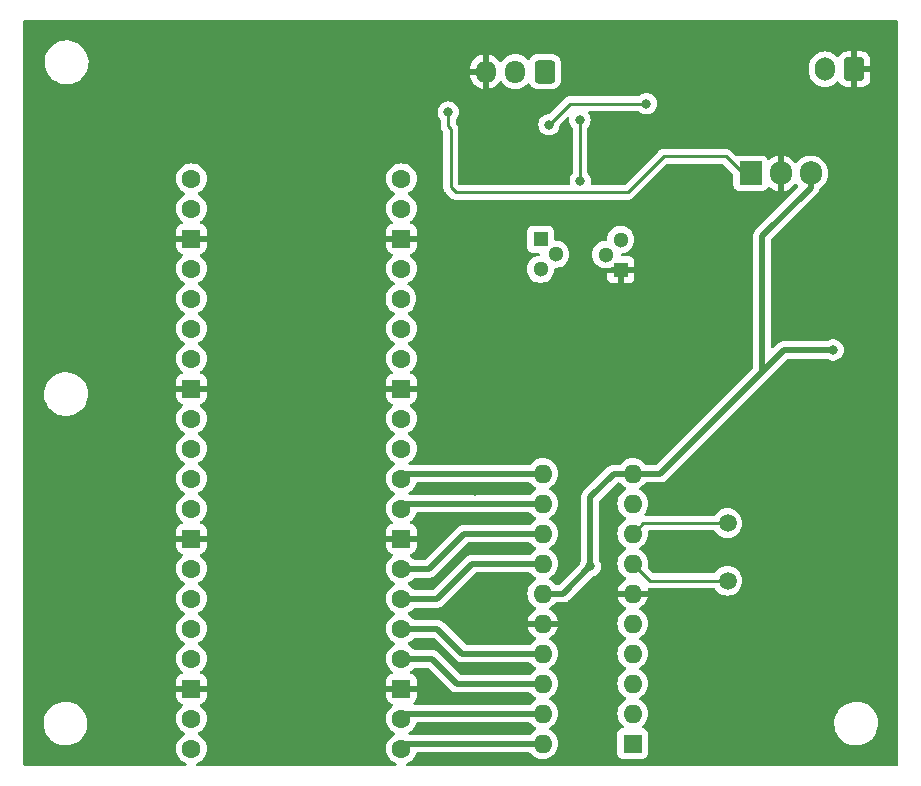
<source format=gbr>
%TF.GenerationSoftware,KiCad,Pcbnew,7.0.10-7.0.10~ubuntu22.04.1*%
%TF.CreationDate,2025-04-05T16:35:23+07:00*%
%TF.ProjectId,RNG,524e472e-6b69-4636-9164-5f7063625858,rev?*%
%TF.SameCoordinates,Original*%
%TF.FileFunction,Copper,L2,Bot*%
%TF.FilePolarity,Positive*%
%FSLAX46Y46*%
G04 Gerber Fmt 4.6, Leading zero omitted, Abs format (unit mm)*
G04 Created by KiCad (PCBNEW 7.0.10-7.0.10~ubuntu22.04.1) date 2025-04-05 16:35:23*
%MOMM*%
%LPD*%
G01*
G04 APERTURE LIST*
G04 Aperture macros list*
%AMRoundRect*
0 Rectangle with rounded corners*
0 $1 Rounding radius*
0 $2 $3 $4 $5 $6 $7 $8 $9 X,Y pos of 4 corners*
0 Add a 4 corners polygon primitive as box body*
4,1,4,$2,$3,$4,$5,$6,$7,$8,$9,$2,$3,0*
0 Add four circle primitives for the rounded corners*
1,1,$1+$1,$2,$3*
1,1,$1+$1,$4,$5*
1,1,$1+$1,$6,$7*
1,1,$1+$1,$8,$9*
0 Add four rect primitives between the rounded corners*
20,1,$1+$1,$2,$3,$4,$5,0*
20,1,$1+$1,$4,$5,$6,$7,0*
20,1,$1+$1,$6,$7,$8,$9,0*
20,1,$1+$1,$8,$9,$2,$3,0*%
G04 Aperture macros list end*
%TA.AperFunction,ComponentPad*%
%ADD10R,1.300000X1.300000*%
%TD*%
%TA.AperFunction,ComponentPad*%
%ADD11C,1.300000*%
%TD*%
%TA.AperFunction,ComponentPad*%
%ADD12C,1.600000*%
%TD*%
%TA.AperFunction,ComponentPad*%
%ADD13RoundRect,0.200000X0.600000X0.600000X-0.600000X0.600000X-0.600000X-0.600000X0.600000X-0.600000X0*%
%TD*%
%TA.AperFunction,ComponentPad*%
%ADD14R,1.600000X1.600000*%
%TD*%
%TA.AperFunction,ComponentPad*%
%ADD15O,1.600000X1.600000*%
%TD*%
%TA.AperFunction,ComponentPad*%
%ADD16RoundRect,0.250000X0.600000X0.725000X-0.600000X0.725000X-0.600000X-0.725000X0.600000X-0.725000X0*%
%TD*%
%TA.AperFunction,ComponentPad*%
%ADD17O,1.700000X1.950000*%
%TD*%
%TA.AperFunction,ComponentPad*%
%ADD18R,1.905000X2.000000*%
%TD*%
%TA.AperFunction,ComponentPad*%
%ADD19O,1.905000X2.000000*%
%TD*%
%TA.AperFunction,ComponentPad*%
%ADD20RoundRect,0.250000X0.600000X0.750000X-0.600000X0.750000X-0.600000X-0.750000X0.600000X-0.750000X0*%
%TD*%
%TA.AperFunction,ComponentPad*%
%ADD21O,1.700000X2.000000*%
%TD*%
%TA.AperFunction,ComponentPad*%
%ADD22C,1.500000*%
%TD*%
%TA.AperFunction,ViaPad*%
%ADD23C,0.800000*%
%TD*%
%TA.AperFunction,Conductor*%
%ADD24C,0.250000*%
%TD*%
%TA.AperFunction,Conductor*%
%ADD25C,0.500000*%
%TD*%
G04 APERTURE END LIST*
D10*
%TO.P,Q2,1,E*%
%TO.N,Net-(Q1-C)*%
X57856800Y-84785200D03*
D11*
%TO.P,Q2,2,B*%
%TO.N,Net-(Q1-B)*%
X59126800Y-86055200D03*
%TO.P,Q2,3,C*%
%TO.N,unconnected-(Q2-C-Pad3)*%
X57856800Y-87325200D03*
%TD*%
D12*
%TO.P,A1,1,GP0*%
%TO.N,Net-(A1-GP0)*%
X46075600Y-127914400D03*
%TO.P,A1,2,GP1*%
%TO.N,Net-(A1-GP1)*%
X46075600Y-125374400D03*
D13*
%TO.P,A1,3,GND*%
%TO.N,Net-(A1-AGND)*%
X46075600Y-122834400D03*
D12*
%TO.P,A1,4,GP2*%
%TO.N,Net-(A1-GP2)*%
X46075600Y-120294400D03*
%TO.P,A1,5,GP3*%
%TO.N,Net-(A1-GP3)*%
X46075600Y-117754400D03*
%TO.P,A1,6,GP4*%
%TO.N,Net-(A1-GP4)*%
X46075600Y-115214400D03*
%TO.P,A1,7,GP5*%
%TO.N,Net-(A1-GP5)*%
X46075600Y-112674400D03*
D13*
%TO.P,A1,8,GND*%
%TO.N,Net-(A1-AGND)*%
X46075600Y-110134400D03*
D12*
%TO.P,A1,9,GP6*%
%TO.N,Net-(A1-GP6)*%
X46075600Y-107594400D03*
%TO.P,A1,10,GP7*%
%TO.N,Net-(A1-GP7)*%
X46075600Y-105054400D03*
%TO.P,A1,11,GP8*%
%TO.N,Net-(A1-GP8)*%
X46075600Y-102514400D03*
%TO.P,A1,12,GP9*%
%TO.N,unconnected-(A1-GP9-Pad12)*%
X46075600Y-99974400D03*
D13*
%TO.P,A1,13,GND*%
%TO.N,Net-(A1-AGND)*%
X46075600Y-97434400D03*
D12*
%TO.P,A1,14,GP10*%
%TO.N,unconnected-(A1-GP10-Pad14)*%
X46075600Y-94894400D03*
%TO.P,A1,15,GP11*%
%TO.N,unconnected-(A1-GP11-Pad15)*%
X46075600Y-92354400D03*
%TO.P,A1,16,GP12*%
%TO.N,unconnected-(A1-GP12-Pad16)*%
X46033719Y-89814400D03*
%TO.P,A1,17,GP13*%
%TO.N,unconnected-(A1-GP13-Pad17)*%
X46075600Y-87274400D03*
D13*
%TO.P,A1,18,GND*%
%TO.N,Net-(A1-AGND)*%
X46075600Y-84734400D03*
D12*
%TO.P,A1,19,GP14*%
%TO.N,unconnected-(A1-GP14-Pad19)*%
X46075600Y-82194400D03*
%TO.P,A1,20,GP15*%
%TO.N,unconnected-(A1-GP15-Pad20)*%
X46075600Y-79654400D03*
%TO.P,A1,21,GP16*%
%TO.N,unconnected-(A1-GP16-Pad21)*%
X28295600Y-79654400D03*
%TO.P,A1,22,GP17*%
%TO.N,unconnected-(A1-GP17-Pad22)*%
X28295600Y-82194400D03*
D13*
%TO.P,A1,23,GND*%
%TO.N,Net-(A1-AGND)*%
X28295600Y-84734400D03*
D12*
%TO.P,A1,24,GP18*%
%TO.N,unconnected-(A1-GP18-Pad24)*%
X28295600Y-87274400D03*
%TO.P,A1,25,GP19*%
%TO.N,unconnected-(A1-GP19-Pad25)*%
X28295600Y-89814400D03*
%TO.P,A1,26,GP20*%
%TO.N,unconnected-(A1-GP20-Pad26)*%
X28295600Y-92354400D03*
%TO.P,A1,27,GP21*%
%TO.N,unconnected-(A1-GP21-Pad27)*%
X28295600Y-94894400D03*
D13*
%TO.P,A1,28,GND*%
%TO.N,Net-(A1-AGND)*%
X28295600Y-97434400D03*
D12*
%TO.P,A1,29,GP22*%
%TO.N,unconnected-(A1-GP22-Pad29)*%
X28295600Y-99974400D03*
%TO.P,A1,30,RUN*%
%TO.N,unconnected-(A1-RUN-Pad30)*%
X28295600Y-102514400D03*
%TO.P,A1,31,GP26*%
%TO.N,unconnected-(A1-GP26-Pad31)*%
X28295600Y-105054400D03*
%TO.P,A1,32,GP27*%
%TO.N,unconnected-(A1-GP27-Pad32)*%
X28295600Y-107594400D03*
D13*
%TO.P,A1,33,AGND*%
%TO.N,Net-(A1-AGND)*%
X28295600Y-110134400D03*
D12*
%TO.P,A1,34,GP28*%
%TO.N,unconnected-(A1-GP28-Pad34)*%
X28295600Y-112674400D03*
%TO.P,A1,35,ADC_VREF*%
%TO.N,unconnected-(A1-ADC_VREF-Pad35)*%
X28295600Y-115214400D03*
%TO.P,A1,36,3V3_OUT*%
%TO.N,unconnected-(A1-3V3_OUT-Pad36)*%
X28295600Y-117754400D03*
%TO.P,A1,37,3V3_EN*%
%TO.N,unconnected-(A1-3V3_EN-Pad37)*%
X28295600Y-120294400D03*
D13*
%TO.P,A1,38,GND*%
%TO.N,Net-(A1-AGND)*%
X28295600Y-122834400D03*
D12*
%TO.P,A1,39,VSYS*%
%TO.N,unconnected-(A1-VSYS-Pad39)*%
X28295600Y-125374400D03*
%TO.P,A1,40,VBUS*%
%TO.N,Net-(A1-VBUS)*%
X28295600Y-127914400D03*
%TD*%
D14*
%TO.P,U6,1,PB0*%
%TO.N,unconnected-(U6-PB0-Pad1)*%
X65659000Y-127482600D03*
D15*
%TO.P,U6,2,PB1*%
%TO.N,Net-(A1-GP8)*%
X65659000Y-124942600D03*
%TO.P,U6,3,PB2*%
%TO.N,unconnected-(U6-PB2-Pad3)*%
X65659000Y-122402600D03*
%TO.P,U6,4,PB3*%
%TO.N,unconnected-(U6-PB3-Pad4)*%
X65659000Y-119862600D03*
%TO.P,U6,5,VCC*%
%TO.N,Net-(A1-VBUS)*%
X65659000Y-117322600D03*
%TO.P,U6,6,GND*%
%TO.N,Net-(A1-AGND)*%
X65659000Y-114782600D03*
%TO.P,U6,7,XTAL1/PB4*%
%TO.N,Net-(U6-XTAL1{slash}PB4)*%
X65659000Y-112242600D03*
%TO.P,U6,8,XTAL2/PB5*%
%TO.N,Net-(U6-XTAL2{slash}PB5)*%
X65659000Y-109702600D03*
%TO.P,U6,9,PB6*%
%TO.N,Net-(U6-PB6)*%
X65659000Y-107162600D03*
%TO.P,U6,10,~{RESET}/PB7*%
%TO.N,Net-(A1-VBUS)*%
X65659000Y-104622600D03*
%TO.P,U6,11,PA7*%
%TO.N,Net-(A1-GP7)*%
X58039000Y-104622600D03*
%TO.P,U6,12,PA6*%
%TO.N,Net-(A1-GP6)*%
X58039000Y-107162600D03*
%TO.P,U6,13,PA5*%
%TO.N,Net-(A1-GP5)*%
X58039000Y-109702600D03*
%TO.P,U6,14,PA4*%
%TO.N,Net-(A1-GP4)*%
X58039000Y-112242600D03*
%TO.P,U6,15,AVCC*%
%TO.N,Net-(A1-VBUS)*%
X58039000Y-114782600D03*
%TO.P,U6,16,AGND*%
%TO.N,Net-(A1-AGND)*%
X58039000Y-117322600D03*
%TO.P,U6,17,AREF/PA3*%
%TO.N,Net-(A1-GP3)*%
X58039000Y-119862600D03*
%TO.P,U6,18,PA2*%
%TO.N,Net-(A1-GP2)*%
X58039000Y-122402600D03*
%TO.P,U6,19,PA1*%
%TO.N,Net-(A1-GP1)*%
X58039000Y-124942600D03*
%TO.P,U6,20,PA0*%
%TO.N,Net-(A1-GP0)*%
X58039000Y-127482600D03*
%TD*%
D16*
%TO.P,J1,1,Pin_1*%
%TO.N,Net-(J1-Pin_1)*%
X58216800Y-70586600D03*
D17*
%TO.P,J1,2,Pin_2*%
%TO.N,Net-(J1-Pin_2)*%
X55716800Y-70586600D03*
%TO.P,J1,3,Pin_3*%
%TO.N,Net-(A1-AGND)*%
X53216800Y-70586600D03*
%TD*%
D18*
%TO.P,U3,1,VI*%
%TO.N,Net-(D1-K)*%
X75641200Y-79202400D03*
D19*
%TO.P,U3,2,GND*%
%TO.N,Net-(A1-AGND)*%
X78181200Y-79202400D03*
%TO.P,U3,3,VO*%
%TO.N,Net-(A1-VBUS)*%
X80721200Y-79202400D03*
%TD*%
D10*
%TO.P,Q1,1,E*%
%TO.N,Net-(A1-AGND)*%
X64643000Y-87350600D03*
D11*
%TO.P,Q1,2,B*%
%TO.N,Net-(Q1-B)*%
X63373000Y-86080600D03*
%TO.P,Q1,3,C*%
%TO.N,Net-(Q1-C)*%
X64643000Y-84810600D03*
%TD*%
D20*
%TO.P,J2,1,Pin_1*%
%TO.N,Net-(A1-AGND)*%
X84429600Y-70383400D03*
D21*
%TO.P,J2,2,Pin_2*%
%TO.N,Net-(D1-K)*%
X81929600Y-70383400D03*
%TD*%
D22*
%TO.P,Y1,1,1*%
%TO.N,Net-(U6-XTAL1{slash}PB4)*%
X73685400Y-113693600D03*
%TO.P,Y1,2,2*%
%TO.N,Net-(U6-XTAL2{slash}PB5)*%
X73685400Y-108813600D03*
%TD*%
D23*
%TO.N,Net-(D1-A)*%
X58572400Y-75082400D03*
X66802000Y-73304400D03*
%TO.N,Net-(D1-K)*%
X50038000Y-74015600D03*
%TO.N,Net-(A1-AGND)*%
X52425600Y-111048800D03*
X52349400Y-121107200D03*
X62585600Y-118287800D03*
X24790400Y-82296000D03*
X82600800Y-96418400D03*
X61772800Y-126365000D03*
X71577200Y-74904600D03*
X36753800Y-97256600D03*
X82727800Y-88493600D03*
X24866600Y-117551200D03*
X61188600Y-82524600D03*
X52298600Y-106070400D03*
X61874400Y-100101400D03*
X50647600Y-99136200D03*
X62534800Y-74396600D03*
X37033200Y-84937600D03*
X48392932Y-70519094D03*
X36982400Y-122707400D03*
X24815800Y-125323600D03*
X36804600Y-110286800D03*
X52349400Y-123571000D03*
X63449200Y-108432600D03*
X52425600Y-126314200D03*
X85775800Y-75590400D03*
X53898800Y-73964800D03*
X52425600Y-108508800D03*
X57302400Y-77292200D03*
X72059800Y-82194400D03*
X68757800Y-93802200D03*
X61163200Y-88290400D03*
X52349400Y-116713000D03*
X62128400Y-71932800D03*
%TO.N,Net-(A1-VBUS)*%
X82626200Y-94157800D03*
X62052200Y-112471200D03*
%TO.N,Net-(J1-Pin_2)*%
X61214000Y-79832200D03*
X61188600Y-74676000D03*
%TD*%
D24*
%TO.N,Net-(Q1-C)*%
X64617600Y-84785200D02*
X64643000Y-84810600D01*
D25*
%TO.N,Net-(Q1-B)*%
X63347600Y-86055200D02*
X63373000Y-86080600D01*
%TO.N,Net-(A1-GP0)*%
X58039000Y-127482600D02*
X46507400Y-127482600D01*
X46507400Y-127482600D02*
X46075600Y-127914400D01*
D24*
%TO.N,Net-(D1-A)*%
X60350400Y-73304400D02*
X66802000Y-73304400D01*
X58572400Y-75082400D02*
X60350400Y-73304400D01*
%TO.N,Net-(D1-K)*%
X50241200Y-75438000D02*
X50241200Y-80365600D01*
X73558400Y-77774800D02*
X74986000Y-79202400D01*
X74986000Y-79202400D02*
X75641200Y-79202400D01*
X50698400Y-80822800D02*
X65227200Y-80822800D01*
X50038000Y-74015600D02*
X50038000Y-75234800D01*
X50038000Y-75234800D02*
X50241200Y-75438000D01*
X50241200Y-80365600D02*
X50698400Y-80822800D01*
X65227200Y-80822800D02*
X68275200Y-77774800D01*
X68275200Y-77774800D02*
X73558400Y-77774800D01*
D25*
%TO.N,Net-(A1-GP1)*%
X58039000Y-124942600D02*
X46507400Y-124942600D01*
X46507400Y-124942600D02*
X46075600Y-125374400D01*
%TO.N,Net-(A1-GP2)*%
X58039000Y-122402600D02*
X50774600Y-122402600D01*
X48666400Y-120294400D02*
X46075600Y-120294400D01*
X50774600Y-122402600D02*
X48666400Y-120294400D01*
%TO.N,Net-(A1-GP3)*%
X58039000Y-119862600D02*
X51231800Y-119862600D01*
X51231800Y-119862600D02*
X49123600Y-117754400D01*
X49123600Y-117754400D02*
X46075600Y-117754400D01*
%TO.N,Net-(A1-GP4)*%
X49098200Y-115214400D02*
X46075600Y-115214400D01*
X52070000Y-112242600D02*
X49098200Y-115214400D01*
X58039000Y-112242600D02*
X52070000Y-112242600D01*
%TO.N,Net-(A1-GP5)*%
X58039000Y-109702600D02*
X51384200Y-109702600D01*
X48412400Y-112674400D02*
X46075600Y-112674400D01*
X51384200Y-109702600D02*
X48412400Y-112674400D01*
%TO.N,Net-(A1-GP6)*%
X58039000Y-107162600D02*
X46507400Y-107162600D01*
X46507400Y-107162600D02*
X46075600Y-107594400D01*
%TO.N,Net-(A1-GP7)*%
X46507400Y-104622600D02*
X46075600Y-105054400D01*
X58039000Y-104622600D02*
X46507400Y-104622600D01*
%TO.N,Net-(A1-VBUS)*%
X80721200Y-80416400D02*
X76606400Y-84531200D01*
X62052200Y-106629200D02*
X64058800Y-104622600D01*
X76441300Y-96151700D02*
X67970400Y-104622600D01*
X64058800Y-104622600D02*
X65659000Y-104622600D01*
X59740800Y-114782600D02*
X62052200Y-112471200D01*
X76606400Y-84531200D02*
X76606400Y-95986600D01*
X76606400Y-95986600D02*
X76441300Y-96151700D01*
X58039000Y-114782600D02*
X59740800Y-114782600D01*
X78435200Y-94157800D02*
X76441300Y-96151700D01*
X80721200Y-79202400D02*
X80721200Y-80416400D01*
X67970400Y-104622600D02*
X65659000Y-104622600D01*
X82626200Y-94157800D02*
X78435200Y-94157800D01*
X62052200Y-112471200D02*
X62052200Y-106629200D01*
D24*
%TO.N,Net-(J1-Pin_2)*%
X61188600Y-79806800D02*
X61214000Y-79832200D01*
X61188600Y-74676000D02*
X61188600Y-79806800D01*
%TO.N,Net-(U6-XTAL2{slash}PB5)*%
X73685400Y-108813600D02*
X66548000Y-108813600D01*
X66548000Y-108813600D02*
X65659000Y-109702600D01*
%TO.N,Net-(U6-XTAL1{slash}PB4)*%
X73685400Y-113693600D02*
X67110000Y-113693600D01*
X67110000Y-113693600D02*
X65659000Y-112242600D01*
%TD*%
%TA.AperFunction,Conductor*%
%TO.N,Net-(A1-AGND)*%
G36*
X88055139Y-66212585D02*
G01*
X88100894Y-66265389D01*
X88112100Y-66316900D01*
X88112100Y-129237700D01*
X88092415Y-129304739D01*
X88039611Y-129350494D01*
X87988100Y-129361700D01*
X46608429Y-129361700D01*
X46541390Y-129342015D01*
X46495635Y-129289211D01*
X46485691Y-129220053D01*
X46514716Y-129156497D01*
X46556024Y-129125318D01*
X46728334Y-129044968D01*
X46914739Y-128914447D01*
X47075647Y-128753539D01*
X47206168Y-128567134D01*
X47302339Y-128360896D01*
X47311956Y-128325006D01*
X47348322Y-128265346D01*
X47411169Y-128234817D01*
X47431731Y-128233100D01*
X56912337Y-128233100D01*
X56979376Y-128252785D01*
X57013912Y-128285977D01*
X57038954Y-128321741D01*
X57199858Y-128482645D01*
X57199861Y-128482647D01*
X57386266Y-128613168D01*
X57592504Y-128709339D01*
X57812308Y-128768235D01*
X57974230Y-128782401D01*
X58038998Y-128788068D01*
X58039000Y-128788068D01*
X58039002Y-128788068D01*
X58095807Y-128783098D01*
X58265692Y-128768235D01*
X58485496Y-128709339D01*
X58691734Y-128613168D01*
X58878139Y-128482647D01*
X59039047Y-128321739D01*
X59169568Y-128135334D01*
X59265739Y-127929096D01*
X59324635Y-127709292D01*
X59344468Y-127482600D01*
X59324635Y-127255908D01*
X59265739Y-127036104D01*
X59169568Y-126829866D01*
X59050355Y-126659611D01*
X59039045Y-126643458D01*
X58878141Y-126482554D01*
X58691734Y-126352032D01*
X58691728Y-126352029D01*
X58633882Y-126325055D01*
X58633724Y-126324981D01*
X58581285Y-126278810D01*
X58562133Y-126211617D01*
X58582348Y-126144735D01*
X58633725Y-126100218D01*
X58691734Y-126073168D01*
X58878139Y-125942647D01*
X59039047Y-125781739D01*
X59169568Y-125595334D01*
X59265739Y-125389096D01*
X59324635Y-125169292D01*
X59344468Y-124942600D01*
X59343576Y-124932410D01*
X59338801Y-124877830D01*
X59324635Y-124715908D01*
X59265739Y-124496104D01*
X59169568Y-124289866D01*
X59039047Y-124103461D01*
X59039045Y-124103458D01*
X58878141Y-123942554D01*
X58691734Y-123812032D01*
X58691728Y-123812029D01*
X58633725Y-123784982D01*
X58581285Y-123738810D01*
X58562133Y-123671617D01*
X58582348Y-123604735D01*
X58633725Y-123560218D01*
X58691734Y-123533168D01*
X58878139Y-123402647D01*
X59039047Y-123241739D01*
X59169568Y-123055334D01*
X59265739Y-122849096D01*
X59324635Y-122629292D01*
X59344468Y-122402600D01*
X59324635Y-122175908D01*
X59265739Y-121956104D01*
X59169568Y-121749866D01*
X59039047Y-121563461D01*
X59039045Y-121563458D01*
X58878141Y-121402554D01*
X58691734Y-121272032D01*
X58691728Y-121272029D01*
X58633725Y-121244982D01*
X58581285Y-121198810D01*
X58562133Y-121131617D01*
X58582348Y-121064735D01*
X58633725Y-121020218D01*
X58691734Y-120993168D01*
X58878139Y-120862647D01*
X59039047Y-120701739D01*
X59169568Y-120515334D01*
X59265739Y-120309096D01*
X59324635Y-120089292D01*
X59344468Y-119862600D01*
X59324635Y-119635908D01*
X59265739Y-119416104D01*
X59169568Y-119209866D01*
X59064088Y-119059223D01*
X59039045Y-119023458D01*
X58878141Y-118862554D01*
X58691734Y-118732032D01*
X58691732Y-118732031D01*
X58633725Y-118704982D01*
X58633132Y-118704705D01*
X58580694Y-118658534D01*
X58561542Y-118591340D01*
X58581758Y-118524459D01*
X58633134Y-118479941D01*
X58691484Y-118452732D01*
X58877820Y-118322257D01*
X59038657Y-118161420D01*
X59169134Y-117975082D01*
X59265265Y-117768926D01*
X59265269Y-117768917D01*
X59317872Y-117572600D01*
X58354686Y-117572600D01*
X58366641Y-117560645D01*
X58424165Y-117447748D01*
X58443986Y-117322600D01*
X58424165Y-117197452D01*
X58366641Y-117084555D01*
X58354686Y-117072600D01*
X59317872Y-117072600D01*
X59317872Y-117072599D01*
X59265269Y-116876282D01*
X59265265Y-116876273D01*
X59169134Y-116670117D01*
X59038657Y-116483779D01*
X58877820Y-116322942D01*
X58691482Y-116192465D01*
X58633133Y-116165257D01*
X58580694Y-116119084D01*
X58561542Y-116051891D01*
X58581758Y-115985010D01*
X58633129Y-115940495D01*
X58691734Y-115913168D01*
X58878139Y-115782647D01*
X59039047Y-115621739D01*
X59064088Y-115585977D01*
X59118665Y-115542352D01*
X59165663Y-115533100D01*
X59677095Y-115533100D01*
X59695065Y-115534409D01*
X59718823Y-115537889D01*
X59768169Y-115533571D01*
X59778976Y-115533100D01*
X59784504Y-115533100D01*
X59784509Y-115533100D01*
X59815356Y-115529493D01*
X59818830Y-115529139D01*
X59893597Y-115522599D01*
X59893605Y-115522596D01*
X59900666Y-115521139D01*
X59900678Y-115521198D01*
X59908043Y-115519565D01*
X59908029Y-115519506D01*
X59915049Y-115517841D01*
X59915055Y-115517841D01*
X59985579Y-115492172D01*
X59988917Y-115491012D01*
X60060134Y-115467414D01*
X60060142Y-115467408D01*
X60066682Y-115464360D01*
X60066708Y-115464416D01*
X60073490Y-115461132D01*
X60073463Y-115461078D01*
X60079913Y-115457838D01*
X60079917Y-115457837D01*
X60142637Y-115416584D01*
X60145532Y-115414740D01*
X60209456Y-115375312D01*
X60209462Y-115375305D01*
X60215125Y-115370829D01*
X60215162Y-115370877D01*
X60221004Y-115366118D01*
X60220964Y-115366071D01*
X60226486Y-115361435D01*
X60226496Y-115361430D01*
X60277985Y-115306853D01*
X60280432Y-115304334D01*
X62204970Y-113379795D01*
X62266291Y-113346312D01*
X62266627Y-113346239D01*
X62332003Y-113332344D01*
X62504930Y-113255351D01*
X62658071Y-113144088D01*
X62784733Y-113003416D01*
X62879379Y-112839484D01*
X62937874Y-112659456D01*
X62957660Y-112471200D01*
X62937874Y-112282944D01*
X62879379Y-112102916D01*
X62879377Y-112102913D01*
X62819313Y-111998877D01*
X62802700Y-111936877D01*
X62802700Y-106991430D01*
X62822385Y-106924391D01*
X62839019Y-106903749D01*
X64333349Y-105409419D01*
X64394672Y-105375934D01*
X64421030Y-105373100D01*
X64532337Y-105373100D01*
X64599376Y-105392785D01*
X64633912Y-105425977D01*
X64658954Y-105461741D01*
X64819858Y-105622645D01*
X64819861Y-105622647D01*
X65006266Y-105753168D01*
X65064275Y-105780218D01*
X65116714Y-105826391D01*
X65135866Y-105893584D01*
X65115650Y-105960465D01*
X65064275Y-106004982D01*
X65006267Y-106032031D01*
X65006265Y-106032032D01*
X64819858Y-106162554D01*
X64658954Y-106323458D01*
X64528432Y-106509865D01*
X64528431Y-106509867D01*
X64432261Y-106716102D01*
X64432258Y-106716111D01*
X64373366Y-106935902D01*
X64373364Y-106935913D01*
X64353532Y-107162598D01*
X64353532Y-107162601D01*
X64373364Y-107389286D01*
X64373366Y-107389297D01*
X64432258Y-107609088D01*
X64432261Y-107609097D01*
X64528431Y-107815332D01*
X64528432Y-107815334D01*
X64658954Y-108001741D01*
X64819858Y-108162645D01*
X64819861Y-108162647D01*
X65006266Y-108293168D01*
X65064275Y-108320218D01*
X65116714Y-108366391D01*
X65135866Y-108433584D01*
X65115650Y-108500465D01*
X65064275Y-108544982D01*
X65006267Y-108572031D01*
X65006265Y-108572032D01*
X64819858Y-108702554D01*
X64658954Y-108863458D01*
X64528432Y-109049865D01*
X64528431Y-109049867D01*
X64432261Y-109256102D01*
X64432258Y-109256111D01*
X64373366Y-109475902D01*
X64373364Y-109475913D01*
X64353532Y-109702598D01*
X64353532Y-109702601D01*
X64373364Y-109929286D01*
X64373366Y-109929297D01*
X64432258Y-110149088D01*
X64432261Y-110149097D01*
X64528431Y-110355332D01*
X64528432Y-110355334D01*
X64658954Y-110541741D01*
X64819858Y-110702645D01*
X64819861Y-110702647D01*
X65006266Y-110833168D01*
X65064275Y-110860218D01*
X65116714Y-110906391D01*
X65135866Y-110973584D01*
X65115650Y-111040465D01*
X65064275Y-111084982D01*
X65006267Y-111112031D01*
X65006265Y-111112032D01*
X64819858Y-111242554D01*
X64658954Y-111403458D01*
X64528432Y-111589865D01*
X64528431Y-111589867D01*
X64432261Y-111796102D01*
X64432258Y-111796111D01*
X64373366Y-112015902D01*
X64373364Y-112015913D01*
X64353532Y-112242598D01*
X64353532Y-112242601D01*
X64373364Y-112469286D01*
X64373366Y-112469297D01*
X64432258Y-112689088D01*
X64432261Y-112689097D01*
X64528431Y-112895332D01*
X64528432Y-112895334D01*
X64658954Y-113081741D01*
X64819858Y-113242645D01*
X64848467Y-113262677D01*
X65006266Y-113373168D01*
X65064865Y-113400493D01*
X65117305Y-113446665D01*
X65136457Y-113513858D01*
X65116242Y-113580739D01*
X65064867Y-113625257D01*
X65006515Y-113652467D01*
X64820179Y-113782942D01*
X64659342Y-113943779D01*
X64528865Y-114130117D01*
X64432734Y-114336273D01*
X64432730Y-114336282D01*
X64380127Y-114532599D01*
X64380128Y-114532600D01*
X65343314Y-114532600D01*
X65331359Y-114544555D01*
X65273835Y-114657452D01*
X65254014Y-114782600D01*
X65273835Y-114907748D01*
X65331359Y-115020645D01*
X65343314Y-115032600D01*
X64380128Y-115032600D01*
X64432730Y-115228917D01*
X64432734Y-115228926D01*
X64528865Y-115435082D01*
X64659342Y-115621420D01*
X64820179Y-115782257D01*
X65006518Y-115912734D01*
X65006520Y-115912735D01*
X65064865Y-115939942D01*
X65117305Y-115986114D01*
X65136457Y-116053307D01*
X65116242Y-116120189D01*
X65064867Y-116164705D01*
X65063685Y-116165257D01*
X65006264Y-116192033D01*
X64819858Y-116322554D01*
X64658954Y-116483458D01*
X64528432Y-116669865D01*
X64528431Y-116669867D01*
X64432261Y-116876102D01*
X64432258Y-116876111D01*
X64373366Y-117095902D01*
X64373364Y-117095913D01*
X64353532Y-117322598D01*
X64353532Y-117322601D01*
X64373364Y-117549286D01*
X64373366Y-117549297D01*
X64432258Y-117769088D01*
X64432261Y-117769097D01*
X64528431Y-117975332D01*
X64528432Y-117975334D01*
X64658954Y-118161741D01*
X64819858Y-118322645D01*
X64819861Y-118322647D01*
X65006266Y-118453168D01*
X65063681Y-118479941D01*
X65064275Y-118480218D01*
X65116714Y-118526391D01*
X65135866Y-118593584D01*
X65115650Y-118660465D01*
X65064275Y-118704982D01*
X65006267Y-118732031D01*
X65006265Y-118732032D01*
X64819858Y-118862554D01*
X64658954Y-119023458D01*
X64528432Y-119209865D01*
X64528431Y-119209867D01*
X64432261Y-119416102D01*
X64432258Y-119416111D01*
X64373366Y-119635902D01*
X64373364Y-119635913D01*
X64353532Y-119862598D01*
X64353532Y-119862601D01*
X64373364Y-120089286D01*
X64373366Y-120089297D01*
X64432258Y-120309088D01*
X64432261Y-120309097D01*
X64528431Y-120515332D01*
X64528432Y-120515334D01*
X64658954Y-120701741D01*
X64819858Y-120862645D01*
X64819861Y-120862647D01*
X65006266Y-120993168D01*
X65064275Y-121020218D01*
X65116714Y-121066391D01*
X65135866Y-121133584D01*
X65115650Y-121200465D01*
X65064275Y-121244982D01*
X65006267Y-121272031D01*
X65006265Y-121272032D01*
X64819858Y-121402554D01*
X64658954Y-121563458D01*
X64528432Y-121749865D01*
X64528431Y-121749867D01*
X64432261Y-121956102D01*
X64432258Y-121956111D01*
X64373366Y-122175902D01*
X64373364Y-122175913D01*
X64353532Y-122402598D01*
X64353532Y-122402601D01*
X64373364Y-122629286D01*
X64373366Y-122629297D01*
X64432258Y-122849088D01*
X64432261Y-122849097D01*
X64528431Y-123055332D01*
X64528432Y-123055334D01*
X64658954Y-123241741D01*
X64819858Y-123402645D01*
X64819861Y-123402647D01*
X65006266Y-123533168D01*
X65064275Y-123560218D01*
X65116714Y-123606391D01*
X65135866Y-123673584D01*
X65115650Y-123740465D01*
X65064275Y-123784982D01*
X65006267Y-123812031D01*
X65006265Y-123812032D01*
X64819858Y-123942554D01*
X64658954Y-124103458D01*
X64528432Y-124289865D01*
X64528431Y-124289867D01*
X64432261Y-124496102D01*
X64432258Y-124496111D01*
X64373366Y-124715902D01*
X64373364Y-124715913D01*
X64353532Y-124942598D01*
X64353532Y-124942601D01*
X64373364Y-125169286D01*
X64373366Y-125169297D01*
X64432258Y-125389088D01*
X64432261Y-125389097D01*
X64528431Y-125595332D01*
X64528432Y-125595334D01*
X64658954Y-125781741D01*
X64819858Y-125942645D01*
X64844462Y-125959873D01*
X64888087Y-126014449D01*
X64895281Y-126083948D01*
X64863758Y-126146303D01*
X64803529Y-126181717D01*
X64786593Y-126184738D01*
X64751516Y-126188508D01*
X64616671Y-126238802D01*
X64616664Y-126238806D01*
X64501455Y-126325052D01*
X64501452Y-126325055D01*
X64415206Y-126440264D01*
X64415202Y-126440271D01*
X64364908Y-126575117D01*
X64362111Y-126601139D01*
X64358501Y-126634723D01*
X64358500Y-126634735D01*
X64358500Y-128330470D01*
X64358501Y-128330476D01*
X64364908Y-128390083D01*
X64415202Y-128524928D01*
X64415206Y-128524935D01*
X64501452Y-128640144D01*
X64501455Y-128640147D01*
X64616664Y-128726393D01*
X64616671Y-128726397D01*
X64751517Y-128776691D01*
X64751516Y-128776691D01*
X64758444Y-128777435D01*
X64811127Y-128783100D01*
X66506872Y-128783099D01*
X66566483Y-128776691D01*
X66701331Y-128726396D01*
X66816546Y-128640146D01*
X66902796Y-128524931D01*
X66953091Y-128390083D01*
X66959500Y-128330473D01*
X66959499Y-126634728D01*
X66954299Y-126586357D01*
X66953091Y-126575116D01*
X66902797Y-126440271D01*
X66902793Y-126440264D01*
X66816547Y-126325055D01*
X66816544Y-126325052D01*
X66701335Y-126238806D01*
X66701328Y-126238802D01*
X66566482Y-126188508D01*
X66566483Y-126188508D01*
X66531404Y-126184737D01*
X66466853Y-126157999D01*
X66427005Y-126100606D01*
X66424512Y-126030781D01*
X66460165Y-125970692D01*
X66473539Y-125959872D01*
X66498140Y-125942646D01*
X66592223Y-125848563D01*
X82727787Y-125848563D01*
X82757413Y-126117813D01*
X82757415Y-126117824D01*
X82825926Y-126379882D01*
X82825928Y-126379888D01*
X82931870Y-126629190D01*
X83026247Y-126783832D01*
X83072979Y-126860405D01*
X83072986Y-126860415D01*
X83246253Y-127068619D01*
X83246259Y-127068624D01*
X83351240Y-127162687D01*
X83447998Y-127249382D01*
X83673910Y-127398844D01*
X83919176Y-127513820D01*
X83919183Y-127513822D01*
X83919185Y-127513823D01*
X84178557Y-127591857D01*
X84178564Y-127591858D01*
X84178569Y-127591860D01*
X84446561Y-127631300D01*
X84446566Y-127631300D01*
X84649629Y-127631300D01*
X84649631Y-127631300D01*
X84649636Y-127631299D01*
X84649648Y-127631299D01*
X84687191Y-127628550D01*
X84852156Y-127616477D01*
X84964758Y-127591393D01*
X85116546Y-127557582D01*
X85116548Y-127557581D01*
X85116553Y-127557580D01*
X85369558Y-127460814D01*
X85605777Y-127328241D01*
X85820177Y-127162688D01*
X86008186Y-126967681D01*
X86165799Y-126747379D01*
X86246480Y-126590453D01*
X86289649Y-126506490D01*
X86289651Y-126506484D01*
X86289656Y-126506475D01*
X86377118Y-126250105D01*
X86426319Y-125983733D01*
X86436212Y-125713035D01*
X86406586Y-125443782D01*
X86338072Y-125181712D01*
X86232130Y-124932410D01*
X86091018Y-124701190D01*
X86001747Y-124593919D01*
X85917746Y-124492980D01*
X85917740Y-124492975D01*
X85716002Y-124312218D01*
X85490092Y-124162757D01*
X85448623Y-124143317D01*
X85244824Y-124047780D01*
X85244819Y-124047778D01*
X85244814Y-124047776D01*
X84985442Y-123969742D01*
X84985428Y-123969739D01*
X84869791Y-123952721D01*
X84717439Y-123930300D01*
X84514369Y-123930300D01*
X84514351Y-123930300D01*
X84311844Y-123945123D01*
X84311831Y-123945125D01*
X84047453Y-124004017D01*
X84047446Y-124004020D01*
X83794439Y-124100787D01*
X83558226Y-124233357D01*
X83343822Y-124398912D01*
X83155822Y-124593909D01*
X83155816Y-124593916D01*
X82998202Y-124814219D01*
X82998199Y-124814224D01*
X82874350Y-125055109D01*
X82874343Y-125055127D01*
X82786884Y-125311485D01*
X82786881Y-125311499D01*
X82737681Y-125577868D01*
X82737680Y-125577875D01*
X82727787Y-125848563D01*
X66592223Y-125848563D01*
X66659045Y-125781741D01*
X66659047Y-125781739D01*
X66789568Y-125595334D01*
X66885739Y-125389096D01*
X66944635Y-125169292D01*
X66964468Y-124942600D01*
X66963576Y-124932410D01*
X66958801Y-124877830D01*
X66944635Y-124715908D01*
X66885739Y-124496104D01*
X66789568Y-124289866D01*
X66659047Y-124103461D01*
X66659045Y-124103458D01*
X66498141Y-123942554D01*
X66311734Y-123812032D01*
X66311728Y-123812029D01*
X66253725Y-123784982D01*
X66201285Y-123738810D01*
X66182133Y-123671617D01*
X66202348Y-123604735D01*
X66253725Y-123560218D01*
X66311734Y-123533168D01*
X66498139Y-123402647D01*
X66659047Y-123241739D01*
X66789568Y-123055334D01*
X66885739Y-122849096D01*
X66944635Y-122629292D01*
X66964468Y-122402600D01*
X66944635Y-122175908D01*
X66885739Y-121956104D01*
X66789568Y-121749866D01*
X66659047Y-121563461D01*
X66659045Y-121563458D01*
X66498141Y-121402554D01*
X66311734Y-121272032D01*
X66311728Y-121272029D01*
X66253725Y-121244982D01*
X66201285Y-121198810D01*
X66182133Y-121131617D01*
X66202348Y-121064735D01*
X66253725Y-121020218D01*
X66311734Y-120993168D01*
X66498139Y-120862647D01*
X66659047Y-120701739D01*
X66789568Y-120515334D01*
X66885739Y-120309096D01*
X66944635Y-120089292D01*
X66964468Y-119862600D01*
X66944635Y-119635908D01*
X66885739Y-119416104D01*
X66789568Y-119209866D01*
X66684088Y-119059223D01*
X66659045Y-119023458D01*
X66498141Y-118862554D01*
X66311734Y-118732032D01*
X66311728Y-118732029D01*
X66253725Y-118704982D01*
X66201285Y-118658810D01*
X66182133Y-118591617D01*
X66202348Y-118524735D01*
X66253725Y-118480218D01*
X66254319Y-118479941D01*
X66311734Y-118453168D01*
X66498139Y-118322647D01*
X66659047Y-118161739D01*
X66789568Y-117975334D01*
X66885739Y-117769096D01*
X66944635Y-117549292D01*
X66964468Y-117322600D01*
X66944635Y-117095908D01*
X66885739Y-116876104D01*
X66789568Y-116669866D01*
X66689996Y-116527661D01*
X66659045Y-116483458D01*
X66498141Y-116322554D01*
X66311734Y-116192032D01*
X66311732Y-116192031D01*
X66254315Y-116165257D01*
X66253132Y-116164705D01*
X66200694Y-116118534D01*
X66181542Y-116051340D01*
X66201758Y-115984459D01*
X66253134Y-115939941D01*
X66311484Y-115912732D01*
X66497820Y-115782257D01*
X66658657Y-115621420D01*
X66789134Y-115435082D01*
X66885265Y-115228926D01*
X66885269Y-115228917D01*
X66937872Y-115032600D01*
X65974686Y-115032600D01*
X65986641Y-115020645D01*
X66044165Y-114907748D01*
X66063986Y-114782600D01*
X66044165Y-114657452D01*
X65986641Y-114544555D01*
X65974686Y-114532600D01*
X66937872Y-114532600D01*
X66937871Y-114532599D01*
X66922490Y-114475194D01*
X66924153Y-114405344D01*
X66963315Y-114347481D01*
X67027544Y-114319977D01*
X67042265Y-114319100D01*
X67051016Y-114319100D01*
X67070413Y-114320626D01*
X67090196Y-114323760D01*
X67133675Y-114319650D01*
X67145344Y-114319100D01*
X72532251Y-114319100D01*
X72599290Y-114338785D01*
X72633823Y-114371974D01*
X72723802Y-114500477D01*
X72878523Y-114655198D01*
X73057761Y-114780702D01*
X73256070Y-114873175D01*
X73467423Y-114929807D01*
X73650326Y-114945808D01*
X73685398Y-114948877D01*
X73685400Y-114948877D01*
X73685402Y-114948877D01*
X73713654Y-114946405D01*
X73903377Y-114929807D01*
X74114730Y-114873175D01*
X74313039Y-114780702D01*
X74492277Y-114655198D01*
X74646998Y-114500477D01*
X74772502Y-114321239D01*
X74864975Y-114122930D01*
X74921607Y-113911577D01*
X74940677Y-113693600D01*
X74939001Y-113674447D01*
X74930634Y-113578810D01*
X74921607Y-113475623D01*
X74864975Y-113264270D01*
X74772502Y-113065962D01*
X74772500Y-113065959D01*
X74772499Y-113065957D01*
X74646999Y-112886724D01*
X74599752Y-112839477D01*
X74492277Y-112732002D01*
X74313039Y-112606498D01*
X74313040Y-112606498D01*
X74313038Y-112606497D01*
X74213884Y-112560261D01*
X74114730Y-112514025D01*
X74114726Y-112514024D01*
X74114722Y-112514022D01*
X73903377Y-112457393D01*
X73685402Y-112438323D01*
X73685398Y-112438323D01*
X73540082Y-112451036D01*
X73467423Y-112457393D01*
X73467420Y-112457393D01*
X73256077Y-112514022D01*
X73256068Y-112514026D01*
X73057761Y-112606498D01*
X73057757Y-112606500D01*
X72878521Y-112732002D01*
X72723802Y-112886721D01*
X72633825Y-113015223D01*
X72579248Y-113058848D01*
X72532250Y-113068100D01*
X67420452Y-113068100D01*
X67353413Y-113048415D01*
X67332771Y-113031781D01*
X66958413Y-112657422D01*
X66924928Y-112596099D01*
X66926319Y-112537648D01*
X66944635Y-112469292D01*
X66964468Y-112242600D01*
X66944635Y-112015908D01*
X66885739Y-111796104D01*
X66789568Y-111589866D01*
X66659047Y-111403461D01*
X66659045Y-111403458D01*
X66498141Y-111242554D01*
X66311734Y-111112032D01*
X66311728Y-111112029D01*
X66253725Y-111084982D01*
X66201285Y-111038810D01*
X66182133Y-110971617D01*
X66202348Y-110904735D01*
X66253725Y-110860218D01*
X66311734Y-110833168D01*
X66498139Y-110702647D01*
X66659047Y-110541739D01*
X66789568Y-110355334D01*
X66885739Y-110149096D01*
X66944635Y-109929292D01*
X66964468Y-109702600D01*
X66953209Y-109573907D01*
X66966976Y-109505407D01*
X67015591Y-109455224D01*
X67076737Y-109439100D01*
X72532251Y-109439100D01*
X72599290Y-109458785D01*
X72633823Y-109491974D01*
X72723802Y-109620477D01*
X72878523Y-109775198D01*
X73057761Y-109900702D01*
X73256070Y-109993175D01*
X73467423Y-110049807D01*
X73650326Y-110065808D01*
X73685398Y-110068877D01*
X73685400Y-110068877D01*
X73685402Y-110068877D01*
X73713654Y-110066405D01*
X73903377Y-110049807D01*
X74114730Y-109993175D01*
X74313039Y-109900702D01*
X74492277Y-109775198D01*
X74646998Y-109620477D01*
X74772502Y-109441239D01*
X74864975Y-109242930D01*
X74921607Y-109031577D01*
X74939638Y-108825481D01*
X74940677Y-108813602D01*
X74940677Y-108813597D01*
X74930962Y-108702554D01*
X74921607Y-108595623D01*
X74864975Y-108384270D01*
X74772502Y-108185962D01*
X74772500Y-108185959D01*
X74772499Y-108185957D01*
X74646999Y-108006724D01*
X74573060Y-107932785D01*
X74492277Y-107852002D01*
X74313039Y-107726498D01*
X74313040Y-107726498D01*
X74313038Y-107726497D01*
X74213884Y-107680261D01*
X74114730Y-107634025D01*
X74114726Y-107634024D01*
X74114722Y-107634022D01*
X73903377Y-107577393D01*
X73685402Y-107558323D01*
X73685398Y-107558323D01*
X73540082Y-107571036D01*
X73467423Y-107577393D01*
X73467420Y-107577393D01*
X73256077Y-107634022D01*
X73256068Y-107634026D01*
X73057761Y-107726498D01*
X73057757Y-107726500D01*
X72878521Y-107852002D01*
X72723802Y-108006721D01*
X72633825Y-108135223D01*
X72579248Y-108178848D01*
X72532250Y-108188100D01*
X66766758Y-108188100D01*
X66699719Y-108168415D01*
X66653964Y-108115611D01*
X66644020Y-108046453D01*
X66665183Y-107992977D01*
X66763892Y-107852003D01*
X66789568Y-107815334D01*
X66885739Y-107609096D01*
X66944635Y-107389292D01*
X66964468Y-107162600D01*
X66944635Y-106935908D01*
X66885739Y-106716104D01*
X66789568Y-106509866D01*
X66670355Y-106339611D01*
X66659045Y-106323458D01*
X66498141Y-106162554D01*
X66311734Y-106032032D01*
X66311728Y-106032029D01*
X66253725Y-106004982D01*
X66201285Y-105958810D01*
X66182133Y-105891617D01*
X66202348Y-105824735D01*
X66253725Y-105780218D01*
X66311734Y-105753168D01*
X66498139Y-105622647D01*
X66659047Y-105461739D01*
X66684088Y-105425977D01*
X66738665Y-105382352D01*
X66785663Y-105373100D01*
X67906695Y-105373100D01*
X67924665Y-105374409D01*
X67948423Y-105377889D01*
X67997769Y-105373571D01*
X68008576Y-105373100D01*
X68014104Y-105373100D01*
X68014109Y-105373100D01*
X68044956Y-105369493D01*
X68048430Y-105369139D01*
X68123197Y-105362599D01*
X68123205Y-105362596D01*
X68130266Y-105361139D01*
X68130278Y-105361198D01*
X68137643Y-105359565D01*
X68137629Y-105359506D01*
X68144649Y-105357841D01*
X68144655Y-105357841D01*
X68215179Y-105332172D01*
X68218517Y-105331012D01*
X68289734Y-105307414D01*
X68289742Y-105307408D01*
X68296282Y-105304360D01*
X68296308Y-105304416D01*
X68303090Y-105301132D01*
X68303063Y-105301078D01*
X68309513Y-105297838D01*
X68309517Y-105297837D01*
X68372237Y-105256584D01*
X68375132Y-105254740D01*
X68439056Y-105215312D01*
X68439062Y-105215305D01*
X68444725Y-105210829D01*
X68444762Y-105210877D01*
X68450604Y-105206118D01*
X68450564Y-105206071D01*
X68456086Y-105201435D01*
X68456096Y-105201430D01*
X68507585Y-105146853D01*
X68510032Y-105144334D01*
X76909953Y-96744413D01*
X76909956Y-96744412D01*
X77092048Y-96562318D01*
X77105671Y-96550547D01*
X77113117Y-96545004D01*
X77124930Y-96536210D01*
X77156780Y-96498250D01*
X77164066Y-96490300D01*
X78709748Y-94944619D01*
X78771071Y-94911134D01*
X78797429Y-94908300D01*
X82086863Y-94908300D01*
X82153902Y-94927985D01*
X82159748Y-94931982D01*
X82173465Y-94941948D01*
X82173470Y-94941951D01*
X82346392Y-95018942D01*
X82346397Y-95018944D01*
X82531554Y-95058300D01*
X82531555Y-95058300D01*
X82720844Y-95058300D01*
X82720846Y-95058300D01*
X82906003Y-95018944D01*
X83078930Y-94941951D01*
X83232071Y-94830688D01*
X83358733Y-94690016D01*
X83453379Y-94526084D01*
X83511874Y-94346056D01*
X83531660Y-94157800D01*
X83511874Y-93969544D01*
X83453379Y-93789516D01*
X83358733Y-93625584D01*
X83232071Y-93484912D01*
X83228838Y-93482563D01*
X83078934Y-93373651D01*
X83078929Y-93373648D01*
X82906007Y-93296657D01*
X82906002Y-93296655D01*
X82760201Y-93265665D01*
X82720846Y-93257300D01*
X82531554Y-93257300D01*
X82499097Y-93264198D01*
X82346397Y-93296655D01*
X82346392Y-93296657D01*
X82173470Y-93373648D01*
X82173465Y-93373651D01*
X82159748Y-93383618D01*
X82093942Y-93407098D01*
X82086863Y-93407300D01*
X78498905Y-93407300D01*
X78480935Y-93405991D01*
X78457172Y-93402510D01*
X78410842Y-93406564D01*
X78407832Y-93406828D01*
X78397026Y-93407300D01*
X78391484Y-93407300D01*
X78360684Y-93410900D01*
X78357099Y-93411266D01*
X78282400Y-93417801D01*
X78275333Y-93419261D01*
X78275321Y-93419204D01*
X78267954Y-93420838D01*
X78267968Y-93420894D01*
X78260945Y-93422558D01*
X78190470Y-93448207D01*
X78187070Y-93449389D01*
X78115866Y-93472985D01*
X78109319Y-93476038D01*
X78109294Y-93475986D01*
X78102514Y-93479268D01*
X78102540Y-93479320D01*
X78096082Y-93482563D01*
X78033435Y-93523766D01*
X78030399Y-93525700D01*
X77966546Y-93565087D01*
X77960877Y-93569570D01*
X77960841Y-93569524D01*
X77954998Y-93574284D01*
X77955035Y-93574328D01*
X77949510Y-93578964D01*
X77898031Y-93633527D01*
X77895519Y-93636112D01*
X77568581Y-93963051D01*
X77507258Y-93996536D01*
X77437567Y-93991552D01*
X77381633Y-93949681D01*
X77357216Y-93884216D01*
X77356900Y-93875370D01*
X77356900Y-84893429D01*
X77376585Y-84826390D01*
X77393214Y-84805753D01*
X81206842Y-80992124D01*
X81220471Y-80980347D01*
X81239730Y-80966010D01*
X81271560Y-80928076D01*
X81278877Y-80920091D01*
X81282787Y-80916181D01*
X81282787Y-80916180D01*
X81282791Y-80916177D01*
X81302033Y-80891838D01*
X81304269Y-80889093D01*
X81352502Y-80831614D01*
X81352507Y-80831603D01*
X81356474Y-80825575D01*
X81356525Y-80825608D01*
X81360572Y-80819256D01*
X81360520Y-80819224D01*
X81364308Y-80813080D01*
X81364311Y-80813077D01*
X81396021Y-80745073D01*
X81397562Y-80741888D01*
X81431240Y-80674833D01*
X81431243Y-80674817D01*
X81433709Y-80668046D01*
X81433767Y-80668067D01*
X81436243Y-80660946D01*
X81436186Y-80660928D01*
X81438456Y-80654077D01*
X81440084Y-80646193D01*
X81453647Y-80580503D01*
X81454391Y-80577149D01*
X81461137Y-80548686D01*
X81495753Y-80487995D01*
X81514848Y-80474043D01*
X81514347Y-80473276D01*
X81518632Y-80470475D01*
X81518639Y-80470472D01*
X81708663Y-80322571D01*
X81871751Y-80145410D01*
X82003455Y-79943822D01*
X82100183Y-79723305D01*
X82159295Y-79489876D01*
X82174200Y-79310000D01*
X82174200Y-79094800D01*
X82159295Y-78914924D01*
X82100183Y-78681495D01*
X82003455Y-78460978D01*
X81871751Y-78259390D01*
X81708663Y-78082229D01*
X81551705Y-77960064D01*
X81518641Y-77934329D01*
X81306865Y-77819721D01*
X81306856Y-77819718D01*
X81079116Y-77741534D01*
X80875589Y-77707572D01*
X80841599Y-77701900D01*
X80600801Y-77701900D01*
X80566811Y-77707572D01*
X80363283Y-77741534D01*
X80135543Y-77819718D01*
X80135534Y-77819721D01*
X79923758Y-77934329D01*
X79827395Y-78009332D01*
X79733737Y-78082229D01*
X79733734Y-78082231D01*
X79733734Y-78082232D01*
X79570650Y-78259388D01*
X79570646Y-78259394D01*
X79554707Y-78283789D01*
X79501559Y-78329144D01*
X79432327Y-78338565D01*
X79368993Y-78309061D01*
X79347092Y-78283785D01*
X79331354Y-78259696D01*
X79168326Y-78082602D01*
X79168316Y-78082593D01*
X78978368Y-77934750D01*
X78978359Y-77934744D01*
X78766668Y-77820184D01*
X78766654Y-77820178D01*
X78538991Y-77742019D01*
X78431200Y-77724033D01*
X78431200Y-78710716D01*
X78402381Y-78693191D01*
X78256796Y-78652400D01*
X78143578Y-78652400D01*
X78031417Y-78667816D01*
X77931200Y-78711346D01*
X77931200Y-77724033D01*
X77931199Y-77724033D01*
X77823408Y-77742019D01*
X77595745Y-77820178D01*
X77595731Y-77820184D01*
X77384040Y-77934744D01*
X77384038Y-77934745D01*
X77241452Y-78045725D01*
X77176458Y-78071367D01*
X77107918Y-78057800D01*
X77057593Y-78009332D01*
X77049107Y-77991201D01*
X77037497Y-77960071D01*
X77037493Y-77960064D01*
X76951247Y-77844855D01*
X76951244Y-77844852D01*
X76836035Y-77758606D01*
X76836028Y-77758602D01*
X76701182Y-77708308D01*
X76701183Y-77708308D01*
X76641583Y-77701901D01*
X76641581Y-77701900D01*
X76641573Y-77701900D01*
X76641564Y-77701900D01*
X74640829Y-77701900D01*
X74640823Y-77701901D01*
X74581216Y-77708308D01*
X74506777Y-77736073D01*
X74437085Y-77741057D01*
X74375763Y-77707572D01*
X74059203Y-77391012D01*
X74049380Y-77378750D01*
X74049159Y-77378934D01*
X74044186Y-77372922D01*
X73995176Y-77326899D01*
X73992377Y-77324186D01*
X73972877Y-77304685D01*
X73972871Y-77304680D01*
X73969686Y-77302209D01*
X73960834Y-77294648D01*
X73928982Y-77264738D01*
X73928980Y-77264736D01*
X73928977Y-77264735D01*
X73911429Y-77255088D01*
X73895163Y-77244404D01*
X73879332Y-77232124D01*
X73839249Y-77214778D01*
X73828763Y-77209641D01*
X73790494Y-77188603D01*
X73790492Y-77188602D01*
X73771093Y-77183622D01*
X73752681Y-77177318D01*
X73734298Y-77169362D01*
X73734292Y-77169360D01*
X73691160Y-77162529D01*
X73679722Y-77160161D01*
X73637420Y-77149300D01*
X73637419Y-77149300D01*
X73617384Y-77149300D01*
X73597986Y-77147773D01*
X73590562Y-77146597D01*
X73578205Y-77144640D01*
X73578204Y-77144640D01*
X73534725Y-77148750D01*
X73523056Y-77149300D01*
X68357943Y-77149300D01*
X68342322Y-77147575D01*
X68342296Y-77147861D01*
X68334534Y-77147127D01*
X68334533Y-77147127D01*
X68282888Y-77148750D01*
X68267327Y-77149239D01*
X68263432Y-77149300D01*
X68235847Y-77149300D01*
X68231861Y-77149803D01*
X68220233Y-77150718D01*
X68176573Y-77152090D01*
X68157329Y-77157681D01*
X68138279Y-77161625D01*
X68118411Y-77164134D01*
X68118410Y-77164134D01*
X68077799Y-77180213D01*
X68066754Y-77183994D01*
X68024814Y-77196179D01*
X68024810Y-77196181D01*
X68007566Y-77206379D01*
X67990105Y-77214933D01*
X67971474Y-77222310D01*
X67971462Y-77222317D01*
X67936133Y-77247985D01*
X67926373Y-77254396D01*
X67888780Y-77276629D01*
X67874614Y-77290795D01*
X67859824Y-77303427D01*
X67843614Y-77315204D01*
X67843611Y-77315207D01*
X67815773Y-77348858D01*
X67807911Y-77357497D01*
X65004428Y-80160981D01*
X64943105Y-80194466D01*
X64916747Y-80197300D01*
X62212885Y-80197300D01*
X62145846Y-80177615D01*
X62100091Y-80124811D01*
X62090147Y-80055653D01*
X62094954Y-80034982D01*
X62099674Y-80020456D01*
X62119460Y-79832200D01*
X62099674Y-79643944D01*
X62041179Y-79463916D01*
X61946533Y-79299984D01*
X61882403Y-79228761D01*
X61845950Y-79188275D01*
X61815720Y-79125283D01*
X61814100Y-79105303D01*
X61814100Y-75374687D01*
X61833785Y-75307648D01*
X61845950Y-75291715D01*
X61864491Y-75271122D01*
X61921133Y-75208216D01*
X62015779Y-75044284D01*
X62074274Y-74864256D01*
X62094060Y-74676000D01*
X62074274Y-74487744D01*
X62015779Y-74307716D01*
X61921133Y-74143784D01*
X61914908Y-74136871D01*
X61884680Y-74073883D01*
X61893304Y-74004547D01*
X61938044Y-73950881D01*
X62004696Y-73929923D01*
X62007059Y-73929900D01*
X66098252Y-73929900D01*
X66165291Y-73949585D01*
X66190400Y-73970926D01*
X66196126Y-73977285D01*
X66196130Y-73977289D01*
X66349265Y-74088548D01*
X66349270Y-74088551D01*
X66522192Y-74165542D01*
X66522197Y-74165544D01*
X66707354Y-74204900D01*
X66707355Y-74204900D01*
X66896644Y-74204900D01*
X66896646Y-74204900D01*
X67081803Y-74165544D01*
X67254730Y-74088551D01*
X67407871Y-73977288D01*
X67534533Y-73836616D01*
X67629179Y-73672684D01*
X67687674Y-73492656D01*
X67707460Y-73304400D01*
X67687674Y-73116144D01*
X67629179Y-72936116D01*
X67534533Y-72772184D01*
X67407871Y-72631512D01*
X67407870Y-72631511D01*
X67254734Y-72520251D01*
X67254729Y-72520248D01*
X67081807Y-72443257D01*
X67081802Y-72443255D01*
X66936001Y-72412265D01*
X66896646Y-72403900D01*
X66707354Y-72403900D01*
X66674897Y-72410798D01*
X66522197Y-72443255D01*
X66522192Y-72443257D01*
X66349270Y-72520248D01*
X66349265Y-72520251D01*
X66196130Y-72631510D01*
X66196126Y-72631514D01*
X66190400Y-72637874D01*
X66130913Y-72674521D01*
X66098252Y-72678900D01*
X60433143Y-72678900D01*
X60417522Y-72677175D01*
X60417495Y-72677461D01*
X60409733Y-72676726D01*
X60342513Y-72678839D01*
X60338619Y-72678900D01*
X60311050Y-72678900D01*
X60307073Y-72679402D01*
X60295442Y-72680317D01*
X60251774Y-72681689D01*
X60251768Y-72681690D01*
X60232526Y-72687280D01*
X60213487Y-72691223D01*
X60193617Y-72693734D01*
X60193603Y-72693737D01*
X60152998Y-72709813D01*
X60141954Y-72713594D01*
X60100014Y-72725779D01*
X60100010Y-72725781D01*
X60082766Y-72735979D01*
X60065305Y-72744533D01*
X60046674Y-72751910D01*
X60046662Y-72751917D01*
X60011333Y-72777585D01*
X60001573Y-72783996D01*
X59963980Y-72806229D01*
X59949814Y-72820395D01*
X59935024Y-72833027D01*
X59918814Y-72844804D01*
X59918811Y-72844807D01*
X59890973Y-72878458D01*
X59883111Y-72887097D01*
X58624628Y-74145581D01*
X58563305Y-74179066D01*
X58536947Y-74181900D01*
X58477754Y-74181900D01*
X58445297Y-74188798D01*
X58292597Y-74221255D01*
X58292592Y-74221257D01*
X58119670Y-74298248D01*
X58119665Y-74298251D01*
X57966529Y-74409511D01*
X57839866Y-74550185D01*
X57745221Y-74714115D01*
X57745218Y-74714122D01*
X57696437Y-74864256D01*
X57686726Y-74894144D01*
X57666940Y-75082400D01*
X57686726Y-75270656D01*
X57686727Y-75270659D01*
X57745218Y-75450677D01*
X57745221Y-75450684D01*
X57839867Y-75614616D01*
X57966445Y-75755195D01*
X57966529Y-75755288D01*
X58119665Y-75866548D01*
X58119670Y-75866551D01*
X58292592Y-75943542D01*
X58292597Y-75943544D01*
X58477754Y-75982900D01*
X58477755Y-75982900D01*
X58667044Y-75982900D01*
X58667046Y-75982900D01*
X58852203Y-75943544D01*
X59025130Y-75866551D01*
X59178271Y-75755288D01*
X59304933Y-75614616D01*
X59399579Y-75450684D01*
X59458074Y-75270656D01*
X59475721Y-75102745D01*
X59502305Y-75038132D01*
X59511352Y-75028036D01*
X60084836Y-74454553D01*
X60146158Y-74421069D01*
X60215850Y-74426053D01*
X60271783Y-74467925D01*
X60296200Y-74533389D01*
X60295837Y-74555192D01*
X60283140Y-74676000D01*
X60302926Y-74864256D01*
X60302927Y-74864259D01*
X60361418Y-75044277D01*
X60361421Y-75044284D01*
X60456067Y-75208216D01*
X60487092Y-75242672D01*
X60531250Y-75291715D01*
X60561480Y-75354706D01*
X60563100Y-75374687D01*
X60563100Y-79161722D01*
X60543415Y-79228761D01*
X60531250Y-79244694D01*
X60481466Y-79299984D01*
X60386821Y-79463915D01*
X60386818Y-79463922D01*
X60348669Y-79581334D01*
X60328326Y-79643944D01*
X60316927Y-79752400D01*
X60308540Y-79832200D01*
X60328326Y-80020456D01*
X60328327Y-80020459D01*
X60333046Y-80034982D01*
X60335041Y-80104824D01*
X60298960Y-80164656D01*
X60236259Y-80195484D01*
X60215115Y-80197300D01*
X51008853Y-80197300D01*
X50941814Y-80177615D01*
X50921172Y-80160981D01*
X50903019Y-80142828D01*
X50869534Y-80081505D01*
X50866700Y-80055147D01*
X50866700Y-75520737D01*
X50868424Y-75505123D01*
X50868138Y-75505096D01*
X50868872Y-75497333D01*
X50868490Y-75485190D01*
X50866761Y-75430144D01*
X50866700Y-75426250D01*
X50866700Y-75398651D01*
X50866700Y-75398650D01*
X50866197Y-75394670D01*
X50865280Y-75383021D01*
X50863909Y-75339373D01*
X50858322Y-75320144D01*
X50854374Y-75301084D01*
X50853191Y-75291715D01*
X50851864Y-75281208D01*
X50835785Y-75240597D01*
X50832004Y-75229552D01*
X50819819Y-75187612D01*
X50809618Y-75170363D01*
X50801060Y-75152894D01*
X50793686Y-75134268D01*
X50793683Y-75134264D01*
X50793683Y-75134263D01*
X50768016Y-75098935D01*
X50761603Y-75089172D01*
X50739372Y-75051583D01*
X50739370Y-75051579D01*
X50739366Y-75051575D01*
X50739363Y-75051571D01*
X50725205Y-75037413D01*
X50712570Y-75022620D01*
X50700792Y-75006409D01*
X50697103Y-75002481D01*
X50665564Y-74940134D01*
X50663500Y-74917603D01*
X50663500Y-74714287D01*
X50683185Y-74647248D01*
X50695350Y-74631315D01*
X50713891Y-74610722D01*
X50770533Y-74547816D01*
X50865179Y-74383884D01*
X50923674Y-74203856D01*
X50943460Y-74015600D01*
X50923674Y-73827344D01*
X50865179Y-73647316D01*
X50770533Y-73483384D01*
X50643871Y-73342712D01*
X50643870Y-73342711D01*
X50490734Y-73231451D01*
X50490729Y-73231448D01*
X50317807Y-73154457D01*
X50317802Y-73154455D01*
X50172001Y-73123465D01*
X50132646Y-73115100D01*
X49943354Y-73115100D01*
X49910897Y-73121998D01*
X49758197Y-73154455D01*
X49758192Y-73154457D01*
X49585270Y-73231448D01*
X49585265Y-73231451D01*
X49432129Y-73342711D01*
X49305466Y-73483385D01*
X49210821Y-73647315D01*
X49210818Y-73647322D01*
X49152327Y-73827340D01*
X49152326Y-73827344D01*
X49132540Y-74015600D01*
X49152326Y-74203856D01*
X49152327Y-74203859D01*
X49210818Y-74383877D01*
X49210821Y-74383884D01*
X49305467Y-74547816D01*
X49348772Y-74595910D01*
X49380650Y-74631315D01*
X49410880Y-74694306D01*
X49412500Y-74714287D01*
X49412500Y-75152055D01*
X49410775Y-75167672D01*
X49411061Y-75167699D01*
X49410326Y-75175465D01*
X49412439Y-75242672D01*
X49412500Y-75246567D01*
X49412500Y-75274157D01*
X49413003Y-75278135D01*
X49413918Y-75289767D01*
X49415290Y-75333424D01*
X49415291Y-75333427D01*
X49420880Y-75352667D01*
X49424824Y-75371711D01*
X49426992Y-75388866D01*
X49427336Y-75391592D01*
X49443414Y-75432203D01*
X49447197Y-75443252D01*
X49449356Y-75450684D01*
X49459382Y-75485190D01*
X49466562Y-75497332D01*
X49469580Y-75502434D01*
X49478138Y-75519903D01*
X49485514Y-75538532D01*
X49511181Y-75573860D01*
X49517593Y-75583621D01*
X49539828Y-75621217D01*
X49539833Y-75621224D01*
X49553990Y-75635380D01*
X49566627Y-75650175D01*
X49578406Y-75666387D01*
X49578409Y-75666390D01*
X49582089Y-75670308D01*
X49613634Y-75732651D01*
X49615700Y-75755195D01*
X49615700Y-80282855D01*
X49613975Y-80298472D01*
X49614261Y-80298499D01*
X49613526Y-80306265D01*
X49615639Y-80373472D01*
X49615700Y-80377367D01*
X49615700Y-80404957D01*
X49616203Y-80408935D01*
X49617118Y-80420567D01*
X49618490Y-80464224D01*
X49618491Y-80464227D01*
X49624080Y-80483467D01*
X49628024Y-80502511D01*
X49628228Y-80504121D01*
X49630536Y-80522392D01*
X49646614Y-80563003D01*
X49650397Y-80574052D01*
X49662581Y-80615988D01*
X49672780Y-80633234D01*
X49681336Y-80650700D01*
X49685394Y-80660946D01*
X49688714Y-80669332D01*
X49714381Y-80704660D01*
X49720793Y-80714421D01*
X49743028Y-80752017D01*
X49743033Y-80752024D01*
X49757190Y-80766180D01*
X49769827Y-80780975D01*
X49781606Y-80797187D01*
X49808244Y-80819224D01*
X49815257Y-80825025D01*
X49823898Y-80832888D01*
X50197594Y-81206584D01*
X50207417Y-81218845D01*
X50207639Y-81218663D01*
X50212611Y-81224673D01*
X50212614Y-81224677D01*
X50261623Y-81270700D01*
X50264421Y-81273412D01*
X50283922Y-81292914D01*
X50283926Y-81292917D01*
X50283929Y-81292920D01*
X50287102Y-81295381D01*
X50295974Y-81302959D01*
X50327818Y-81332862D01*
X50345376Y-81342514D01*
X50361635Y-81353195D01*
X50377464Y-81365473D01*
X50417555Y-81382821D01*
X50428026Y-81387951D01*
X50450580Y-81400350D01*
X50466302Y-81408994D01*
X50466304Y-81408995D01*
X50466308Y-81408997D01*
X50485716Y-81413980D01*
X50504119Y-81420281D01*
X50522501Y-81428236D01*
X50522502Y-81428236D01*
X50522504Y-81428237D01*
X50565650Y-81435070D01*
X50577072Y-81437436D01*
X50619381Y-81448300D01*
X50639416Y-81448300D01*
X50658814Y-81449826D01*
X50678594Y-81452959D01*
X50678595Y-81452960D01*
X50678595Y-81452959D01*
X50678596Y-81452960D01*
X50722075Y-81448850D01*
X50733744Y-81448300D01*
X65144457Y-81448300D01*
X65160077Y-81450024D01*
X65160104Y-81449739D01*
X65167860Y-81450471D01*
X65167867Y-81450473D01*
X65235073Y-81448361D01*
X65238968Y-81448300D01*
X65266546Y-81448300D01*
X65266550Y-81448300D01*
X65270524Y-81447797D01*
X65282163Y-81446880D01*
X65325827Y-81445509D01*
X65345069Y-81439917D01*
X65364112Y-81435974D01*
X65383992Y-81433464D01*
X65424601Y-81417385D01*
X65435644Y-81413603D01*
X65477590Y-81401418D01*
X65494829Y-81391222D01*
X65512303Y-81382662D01*
X65530927Y-81375288D01*
X65530927Y-81375287D01*
X65530932Y-81375286D01*
X65566283Y-81349600D01*
X65576014Y-81343208D01*
X65613620Y-81320970D01*
X65627789Y-81306799D01*
X65642579Y-81294168D01*
X65658787Y-81282394D01*
X65686638Y-81248726D01*
X65694479Y-81240109D01*
X68497972Y-78436619D01*
X68559295Y-78403134D01*
X68585653Y-78400300D01*
X73247948Y-78400300D01*
X73314987Y-78419985D01*
X73335629Y-78436619D01*
X74151881Y-79252872D01*
X74185366Y-79314195D01*
X74188200Y-79340553D01*
X74188200Y-80250270D01*
X74188201Y-80250276D01*
X74194608Y-80309883D01*
X74244902Y-80444728D01*
X74244906Y-80444735D01*
X74331152Y-80559944D01*
X74331155Y-80559947D01*
X74446364Y-80646193D01*
X74446371Y-80646197D01*
X74581217Y-80696491D01*
X74581216Y-80696491D01*
X74588144Y-80697235D01*
X74640827Y-80702900D01*
X76641572Y-80702899D01*
X76701183Y-80696491D01*
X76836031Y-80646196D01*
X76951246Y-80559946D01*
X77037496Y-80444731D01*
X77037497Y-80444728D01*
X77037498Y-80444727D01*
X77043508Y-80428609D01*
X77049107Y-80413597D01*
X77090976Y-80357664D01*
X77156440Y-80333244D01*
X77224713Y-80348094D01*
X77241452Y-80359075D01*
X77384031Y-80470049D01*
X77384040Y-80470055D01*
X77595731Y-80584615D01*
X77595745Y-80584621D01*
X77823407Y-80662779D01*
X77931200Y-80680766D01*
X77931200Y-79694083D01*
X77960019Y-79711609D01*
X78105604Y-79752400D01*
X78218822Y-79752400D01*
X78330983Y-79736984D01*
X78431200Y-79693453D01*
X78431200Y-80680765D01*
X78538992Y-80662779D01*
X78766654Y-80584621D01*
X78766668Y-80584615D01*
X78978359Y-80470055D01*
X78978368Y-80470049D01*
X79168316Y-80322206D01*
X79168326Y-80322197D01*
X79331354Y-80145102D01*
X79331355Y-80145101D01*
X79347091Y-80121016D01*
X79400236Y-80075658D01*
X79469467Y-80066233D01*
X79532804Y-80095733D01*
X79554710Y-80121014D01*
X79557191Y-80124811D01*
X79570649Y-80145410D01*
X79618417Y-80197300D01*
X79662705Y-80245410D01*
X79693627Y-80308065D01*
X79685767Y-80377491D01*
X79659156Y-80417074D01*
X76120758Y-83955472D01*
X76107129Y-83967251D01*
X76087869Y-83981590D01*
X76056032Y-84019531D01*
X76048746Y-84027484D01*
X76044807Y-84031424D01*
X76025576Y-84055745D01*
X76023302Y-84058537D01*
X75975094Y-84115990D01*
X75971129Y-84122019D01*
X75971082Y-84121988D01*
X75967030Y-84128347D01*
X75967079Y-84128377D01*
X75963289Y-84134521D01*
X75931592Y-84202494D01*
X75930023Y-84205736D01*
X75896357Y-84272772D01*
X75893888Y-84279557D01*
X75893832Y-84279536D01*
X75891360Y-84286650D01*
X75891415Y-84286669D01*
X75889143Y-84293525D01*
X75873973Y-84366988D01*
X75873193Y-84370504D01*
X75855899Y-84443479D01*
X75855061Y-84450654D01*
X75855001Y-84450647D01*
X75854235Y-84458145D01*
X75854295Y-84458151D01*
X75853665Y-84465340D01*
X75855848Y-84540328D01*
X75855900Y-84543935D01*
X75855900Y-95624370D01*
X75836215Y-95691409D01*
X75819581Y-95712051D01*
X67695851Y-103835781D01*
X67634528Y-103869266D01*
X67608170Y-103872100D01*
X66785663Y-103872100D01*
X66718624Y-103852415D01*
X66684088Y-103819223D01*
X66659045Y-103783458D01*
X66498141Y-103622554D01*
X66311734Y-103492032D01*
X66311732Y-103492031D01*
X66105497Y-103395861D01*
X66105488Y-103395858D01*
X65885697Y-103336966D01*
X65885693Y-103336965D01*
X65885692Y-103336965D01*
X65885691Y-103336964D01*
X65885686Y-103336964D01*
X65659002Y-103317132D01*
X65658998Y-103317132D01*
X65432313Y-103336964D01*
X65432302Y-103336966D01*
X65212511Y-103395858D01*
X65212502Y-103395861D01*
X65006267Y-103492031D01*
X65006265Y-103492032D01*
X64819858Y-103622554D01*
X64658954Y-103783458D01*
X64633912Y-103819223D01*
X64579335Y-103862848D01*
X64532337Y-103872100D01*
X64122505Y-103872100D01*
X64104535Y-103870791D01*
X64080772Y-103867310D01*
X64033643Y-103871434D01*
X64031430Y-103871628D01*
X64020624Y-103872100D01*
X64015084Y-103872100D01*
X63984301Y-103875698D01*
X63980716Y-103876064D01*
X63905999Y-103882601D01*
X63898932Y-103884060D01*
X63898920Y-103884004D01*
X63891563Y-103885635D01*
X63891577Y-103885692D01*
X63884540Y-103887360D01*
X63814031Y-103913021D01*
X63810654Y-103914195D01*
X63781584Y-103923829D01*
X63739468Y-103937785D01*
X63732926Y-103940836D01*
X63732901Y-103940783D01*
X63726108Y-103944071D01*
X63726134Y-103944123D01*
X63719680Y-103947364D01*
X63657021Y-103988575D01*
X63653981Y-103990512D01*
X63590148Y-104029885D01*
X63584483Y-104034365D01*
X63584447Y-104034319D01*
X63578598Y-104039084D01*
X63578635Y-104039128D01*
X63573110Y-104043764D01*
X63573104Y-104043769D01*
X63573104Y-104043770D01*
X63522137Y-104097789D01*
X63521632Y-104098326D01*
X63519120Y-104100911D01*
X61566558Y-106053472D01*
X61552929Y-106065251D01*
X61533669Y-106079590D01*
X61501832Y-106117531D01*
X61494546Y-106125484D01*
X61490607Y-106129424D01*
X61471376Y-106153745D01*
X61469102Y-106156537D01*
X61420894Y-106213990D01*
X61416929Y-106220019D01*
X61416882Y-106219988D01*
X61412830Y-106226347D01*
X61412879Y-106226377D01*
X61409089Y-106232521D01*
X61377392Y-106300494D01*
X61375823Y-106303736D01*
X61342157Y-106370772D01*
X61339688Y-106377557D01*
X61339632Y-106377536D01*
X61337160Y-106384650D01*
X61337215Y-106384669D01*
X61334943Y-106391525D01*
X61319773Y-106464988D01*
X61318993Y-106468504D01*
X61301699Y-106541479D01*
X61300861Y-106548654D01*
X61300801Y-106548647D01*
X61300035Y-106556145D01*
X61300095Y-106556151D01*
X61299465Y-106563340D01*
X61301648Y-106638328D01*
X61301700Y-106641935D01*
X61301700Y-111936877D01*
X61285087Y-111998877D01*
X61225021Y-112102913D01*
X61169679Y-112273239D01*
X61139429Y-112322601D01*
X59466251Y-113995781D01*
X59404928Y-114029266D01*
X59378570Y-114032100D01*
X59165663Y-114032100D01*
X59098624Y-114012415D01*
X59064088Y-113979223D01*
X59039045Y-113943458D01*
X58878141Y-113782554D01*
X58691734Y-113652032D01*
X58691728Y-113652029D01*
X58633725Y-113624982D01*
X58581285Y-113578810D01*
X58562133Y-113511617D01*
X58582348Y-113444735D01*
X58633725Y-113400218D01*
X58691734Y-113373168D01*
X58878139Y-113242647D01*
X59039047Y-113081739D01*
X59169568Y-112895334D01*
X59265739Y-112689096D01*
X59324635Y-112469292D01*
X59344468Y-112242600D01*
X59324635Y-112015908D01*
X59265739Y-111796104D01*
X59169568Y-111589866D01*
X59039047Y-111403461D01*
X59039045Y-111403458D01*
X58878141Y-111242554D01*
X58691734Y-111112032D01*
X58691728Y-111112029D01*
X58633725Y-111084982D01*
X58581285Y-111038810D01*
X58562133Y-110971617D01*
X58582348Y-110904735D01*
X58633725Y-110860218D01*
X58691734Y-110833168D01*
X58878139Y-110702647D01*
X59039047Y-110541739D01*
X59169568Y-110355334D01*
X59265739Y-110149096D01*
X59324635Y-109929292D01*
X59344468Y-109702600D01*
X59324635Y-109475908D01*
X59265739Y-109256104D01*
X59169568Y-109049866D01*
X59039047Y-108863461D01*
X59039045Y-108863458D01*
X58878141Y-108702554D01*
X58691734Y-108572032D01*
X58691728Y-108572029D01*
X58633725Y-108544982D01*
X58581285Y-108498810D01*
X58562133Y-108431617D01*
X58582348Y-108364735D01*
X58633725Y-108320218D01*
X58691734Y-108293168D01*
X58878139Y-108162647D01*
X59039047Y-108001739D01*
X59169568Y-107815334D01*
X59265739Y-107609096D01*
X59324635Y-107389292D01*
X59344468Y-107162600D01*
X59324635Y-106935908D01*
X59265739Y-106716104D01*
X59169568Y-106509866D01*
X59050355Y-106339611D01*
X59039045Y-106323458D01*
X58878141Y-106162554D01*
X58691734Y-106032032D01*
X58691728Y-106032029D01*
X58633725Y-106004982D01*
X58581285Y-105958810D01*
X58562133Y-105891617D01*
X58582348Y-105824735D01*
X58633725Y-105780218D01*
X58691734Y-105753168D01*
X58878139Y-105622647D01*
X59039047Y-105461739D01*
X59169568Y-105275334D01*
X59265739Y-105069096D01*
X59324635Y-104849292D01*
X59344468Y-104622600D01*
X59324635Y-104395908D01*
X59265739Y-104176104D01*
X59169568Y-103969866D01*
X59050355Y-103799611D01*
X59039045Y-103783458D01*
X58878141Y-103622554D01*
X58691734Y-103492032D01*
X58691732Y-103492031D01*
X58485497Y-103395861D01*
X58485488Y-103395858D01*
X58265697Y-103336966D01*
X58265693Y-103336965D01*
X58265692Y-103336965D01*
X58265691Y-103336964D01*
X58265686Y-103336964D01*
X58039002Y-103317132D01*
X58038998Y-103317132D01*
X57812313Y-103336964D01*
X57812302Y-103336966D01*
X57592511Y-103395858D01*
X57592502Y-103395861D01*
X57386267Y-103492031D01*
X57386265Y-103492032D01*
X57199858Y-103622554D01*
X57038954Y-103783458D01*
X57013912Y-103819223D01*
X56959335Y-103862848D01*
X56912337Y-103872100D01*
X46797233Y-103872100D01*
X46730194Y-103852415D01*
X46684439Y-103799611D01*
X46674495Y-103730453D01*
X46703520Y-103666897D01*
X46726110Y-103646525D01*
X46728335Y-103644967D01*
X46914739Y-103514447D01*
X47075647Y-103353539D01*
X47206168Y-103167134D01*
X47302339Y-102960896D01*
X47361235Y-102741092D01*
X47381068Y-102514400D01*
X47361235Y-102287708D01*
X47302339Y-102067904D01*
X47206168Y-101861666D01*
X47075647Y-101675261D01*
X47075645Y-101675258D01*
X46914741Y-101514354D01*
X46728334Y-101383832D01*
X46728328Y-101383829D01*
X46670325Y-101356782D01*
X46617885Y-101310610D01*
X46598733Y-101243417D01*
X46618948Y-101176535D01*
X46670325Y-101132018D01*
X46728334Y-101104968D01*
X46914739Y-100974447D01*
X47075647Y-100813539D01*
X47206168Y-100627134D01*
X47302339Y-100420896D01*
X47361235Y-100201092D01*
X47381068Y-99974400D01*
X47361235Y-99747708D01*
X47302339Y-99527904D01*
X47206168Y-99321666D01*
X47075647Y-99135261D01*
X47075645Y-99135258D01*
X46914742Y-98974355D01*
X46904689Y-98967316D01*
X46843598Y-98924540D01*
X46799974Y-98869965D01*
X46792780Y-98800467D01*
X46824302Y-98738112D01*
X46877831Y-98704581D01*
X46964996Y-98677418D01*
X47110477Y-98589472D01*
X47230672Y-98469277D01*
X47318619Y-98323795D01*
X47369190Y-98161506D01*
X47375600Y-98090972D01*
X47375600Y-97684400D01*
X46509286Y-97684400D01*
X46535093Y-97644244D01*
X46575600Y-97506289D01*
X46575600Y-97362511D01*
X46535093Y-97224556D01*
X46509286Y-97184400D01*
X47375599Y-97184400D01*
X47375599Y-96777817D01*
X47369191Y-96707297D01*
X47369190Y-96707292D01*
X47318618Y-96545003D01*
X47230672Y-96399522D01*
X47110477Y-96279327D01*
X46964996Y-96191381D01*
X46877831Y-96164219D01*
X46819684Y-96125481D01*
X46791710Y-96061456D01*
X46802792Y-95992471D01*
X46843598Y-95944259D01*
X46914739Y-95894447D01*
X47075647Y-95733539D01*
X47206168Y-95547134D01*
X47302339Y-95340896D01*
X47361235Y-95121092D01*
X47381068Y-94894400D01*
X47361235Y-94667708D01*
X47302339Y-94447904D01*
X47206168Y-94241666D01*
X47075647Y-94055261D01*
X47075645Y-94055258D01*
X46914741Y-93894354D01*
X46728334Y-93763832D01*
X46728328Y-93763829D01*
X46670325Y-93736782D01*
X46617885Y-93690610D01*
X46598733Y-93623417D01*
X46618948Y-93556535D01*
X46670325Y-93512018D01*
X46728334Y-93484968D01*
X46914739Y-93354447D01*
X47075647Y-93193539D01*
X47206168Y-93007134D01*
X47302339Y-92800896D01*
X47361235Y-92581092D01*
X47381068Y-92354400D01*
X47361235Y-92127708D01*
X47302339Y-91907904D01*
X47206168Y-91701666D01*
X47075647Y-91515261D01*
X47075645Y-91515258D01*
X46914741Y-91354354D01*
X46728334Y-91223832D01*
X46728332Y-91223831D01*
X46670325Y-91196782D01*
X46649383Y-91187016D01*
X46596945Y-91140844D01*
X46577793Y-91073651D01*
X46598009Y-91006770D01*
X46649385Y-90962253D01*
X46686453Y-90944968D01*
X46872858Y-90814447D01*
X47033766Y-90653539D01*
X47164287Y-90467134D01*
X47260458Y-90260896D01*
X47319354Y-90041092D01*
X47339187Y-89814400D01*
X47319354Y-89587708D01*
X47260458Y-89367904D01*
X47164287Y-89161666D01*
X47033766Y-88975261D01*
X47033764Y-88975258D01*
X46872860Y-88814354D01*
X46686453Y-88683832D01*
X46686446Y-88683828D01*
X46649383Y-88666545D01*
X46596944Y-88620372D01*
X46577793Y-88553178D01*
X46598010Y-88486298D01*
X46649380Y-88441784D01*
X46728334Y-88404968D01*
X46914739Y-88274447D01*
X47075647Y-88113539D01*
X47206168Y-87927134D01*
X47302339Y-87720896D01*
X47361235Y-87501092D01*
X47376624Y-87325200D01*
X56701371Y-87325200D01*
X56721044Y-87537510D01*
X56773220Y-87720888D01*
X56779396Y-87742592D01*
X56779396Y-87742594D01*
X56874432Y-87933453D01*
X56961270Y-88048444D01*
X57002928Y-88103607D01*
X57160498Y-88247252D01*
X57341781Y-88359498D01*
X57540602Y-88436521D01*
X57750190Y-88475700D01*
X57750192Y-88475700D01*
X57963408Y-88475700D01*
X57963410Y-88475700D01*
X58172998Y-88436521D01*
X58371819Y-88359498D01*
X58553102Y-88247252D01*
X58710672Y-88103607D01*
X58839166Y-87933455D01*
X58934205Y-87742589D01*
X58992556Y-87537510D01*
X59012229Y-87325200D01*
X59012229Y-87325199D01*
X59012758Y-87319492D01*
X59015161Y-87319714D01*
X59031914Y-87262661D01*
X59084718Y-87216906D01*
X59136229Y-87205700D01*
X59233408Y-87205700D01*
X59233410Y-87205700D01*
X59442998Y-87166521D01*
X59641819Y-87089498D01*
X59823102Y-86977252D01*
X59980672Y-86833607D01*
X60109166Y-86663455D01*
X60191556Y-86497992D01*
X60204203Y-86472594D01*
X60204203Y-86472593D01*
X60204205Y-86472589D01*
X60262556Y-86267510D01*
X60279875Y-86080600D01*
X62217571Y-86080600D01*
X62237244Y-86292910D01*
X62288369Y-86472594D01*
X62295596Y-86497992D01*
X62295596Y-86497994D01*
X62390632Y-86688853D01*
X62519127Y-86859006D01*
X62519128Y-86859007D01*
X62676698Y-87002652D01*
X62857981Y-87114898D01*
X63056802Y-87191921D01*
X63266390Y-87231100D01*
X63266392Y-87231100D01*
X63479608Y-87231100D01*
X63479610Y-87231100D01*
X63689198Y-87191921D01*
X63888019Y-87114898D01*
X63888031Y-87114890D01*
X63890627Y-87113599D01*
X63892521Y-87113153D01*
X63893364Y-87112827D01*
X63893409Y-87112944D01*
X63945898Y-87100600D01*
X64363440Y-87100600D01*
X64324722Y-87142659D01*
X64274449Y-87257270D01*
X64264114Y-87381995D01*
X64294837Y-87503319D01*
X64358394Y-87600600D01*
X63493000Y-87600600D01*
X63493000Y-88048444D01*
X63499401Y-88107972D01*
X63499403Y-88107979D01*
X63549645Y-88242686D01*
X63549649Y-88242693D01*
X63635809Y-88357787D01*
X63635812Y-88357790D01*
X63750906Y-88443950D01*
X63750913Y-88443954D01*
X63885620Y-88494196D01*
X63885627Y-88494198D01*
X63945155Y-88500599D01*
X63945172Y-88500600D01*
X64393000Y-88500600D01*
X64393000Y-87631217D01*
X64462052Y-87684963D01*
X64580424Y-87725600D01*
X64674073Y-87725600D01*
X64766446Y-87710186D01*
X64876514Y-87650619D01*
X64893000Y-87632710D01*
X64893000Y-88500600D01*
X65340828Y-88500600D01*
X65340844Y-88500599D01*
X65400372Y-88494198D01*
X65400379Y-88494196D01*
X65535086Y-88443954D01*
X65535093Y-88443950D01*
X65650187Y-88357790D01*
X65650190Y-88357787D01*
X65736350Y-88242693D01*
X65736354Y-88242686D01*
X65786596Y-88107979D01*
X65786598Y-88107972D01*
X65792999Y-88048444D01*
X65793000Y-88048427D01*
X65793000Y-87600600D01*
X64922560Y-87600600D01*
X64961278Y-87558541D01*
X65011551Y-87443930D01*
X65021886Y-87319205D01*
X64991163Y-87197881D01*
X64927606Y-87100600D01*
X65793000Y-87100600D01*
X65793000Y-86652772D01*
X65792999Y-86652755D01*
X65786598Y-86593227D01*
X65786596Y-86593220D01*
X65736354Y-86458513D01*
X65736350Y-86458506D01*
X65650190Y-86343412D01*
X65650187Y-86343409D01*
X65535093Y-86257249D01*
X65535086Y-86257245D01*
X65400379Y-86207003D01*
X65400372Y-86207001D01*
X65340844Y-86200600D01*
X64806571Y-86200600D01*
X64739532Y-86180915D01*
X64693777Y-86128111D01*
X64683833Y-86058953D01*
X64712858Y-85995397D01*
X64771636Y-85957623D01*
X64783779Y-85954712D01*
X64959198Y-85921921D01*
X65158019Y-85844898D01*
X65339302Y-85732652D01*
X65496872Y-85589007D01*
X65625366Y-85418855D01*
X65720405Y-85227989D01*
X65778756Y-85022910D01*
X65798429Y-84810600D01*
X65778756Y-84598290D01*
X65720405Y-84393211D01*
X65720403Y-84393206D01*
X65720403Y-84393205D01*
X65625367Y-84202346D01*
X65496872Y-84032193D01*
X65491961Y-84027716D01*
X65339302Y-83888548D01*
X65158019Y-83776302D01*
X65158017Y-83776301D01*
X64959825Y-83699522D01*
X64959198Y-83699279D01*
X64749610Y-83660100D01*
X64536390Y-83660100D01*
X64326802Y-83699279D01*
X64326799Y-83699279D01*
X64326799Y-83699280D01*
X64127982Y-83776301D01*
X64127980Y-83776302D01*
X63946699Y-83888547D01*
X63789127Y-84032193D01*
X63660632Y-84202346D01*
X63565596Y-84393205D01*
X63565596Y-84393207D01*
X63507244Y-84598289D01*
X63487042Y-84816308D01*
X63484638Y-84816085D01*
X63467886Y-84873139D01*
X63415082Y-84918894D01*
X63363571Y-84930100D01*
X63266390Y-84930100D01*
X63056802Y-84969279D01*
X63056799Y-84969279D01*
X63056799Y-84969280D01*
X62857982Y-85046301D01*
X62857980Y-85046302D01*
X62676699Y-85158547D01*
X62519127Y-85302193D01*
X62390632Y-85472346D01*
X62295596Y-85663205D01*
X62295596Y-85663207D01*
X62237244Y-85868289D01*
X62217873Y-86077346D01*
X62217571Y-86080600D01*
X60279875Y-86080600D01*
X60282229Y-86055200D01*
X60262556Y-85842890D01*
X60204205Y-85637811D01*
X60204203Y-85637806D01*
X60204203Y-85637805D01*
X60109167Y-85446946D01*
X59980672Y-85276793D01*
X59917364Y-85219080D01*
X59823102Y-85133148D01*
X59641819Y-85020902D01*
X59641817Y-85020901D01*
X59508566Y-84969280D01*
X59442998Y-84943879D01*
X59233410Y-84904700D01*
X59131299Y-84904700D01*
X59064260Y-84885015D01*
X59018505Y-84832211D01*
X59007299Y-84780700D01*
X59007299Y-84087329D01*
X59007298Y-84087323D01*
X59007297Y-84087316D01*
X59001372Y-84032193D01*
X59000891Y-84027716D01*
X58950597Y-83892871D01*
X58950593Y-83892864D01*
X58864347Y-83777655D01*
X58864344Y-83777652D01*
X58749135Y-83691406D01*
X58749128Y-83691402D01*
X58614282Y-83641108D01*
X58614283Y-83641108D01*
X58554683Y-83634701D01*
X58554681Y-83634700D01*
X58554673Y-83634700D01*
X58554664Y-83634700D01*
X57158929Y-83634700D01*
X57158923Y-83634701D01*
X57099316Y-83641108D01*
X56964471Y-83691402D01*
X56964464Y-83691406D01*
X56849255Y-83777652D01*
X56849252Y-83777655D01*
X56763006Y-83892864D01*
X56763002Y-83892871D01*
X56712708Y-84027717D01*
X56709395Y-84058537D01*
X56706301Y-84087323D01*
X56706300Y-84087335D01*
X56706300Y-85483070D01*
X56706301Y-85483076D01*
X56712708Y-85542683D01*
X56763002Y-85677528D01*
X56763006Y-85677535D01*
X56849252Y-85792744D01*
X56849255Y-85792747D01*
X56964464Y-85878993D01*
X56964471Y-85878997D01*
X57099317Y-85929291D01*
X57099316Y-85929291D01*
X57106244Y-85930035D01*
X57158927Y-85935700D01*
X57690559Y-85935699D01*
X57757597Y-85955383D01*
X57803352Y-86008187D01*
X57813296Y-86077346D01*
X57784271Y-86140902D01*
X57725493Y-86178676D01*
X57713344Y-86181587D01*
X57540602Y-86213879D01*
X57540599Y-86213879D01*
X57540599Y-86213880D01*
X57341782Y-86290901D01*
X57341780Y-86290902D01*
X57160499Y-86403147D01*
X57002927Y-86546793D01*
X56874432Y-86716946D01*
X56779396Y-86907805D01*
X56779396Y-86907807D01*
X56721044Y-87112889D01*
X56701927Y-87319205D01*
X56701371Y-87325200D01*
X47376624Y-87325200D01*
X47381068Y-87274400D01*
X47361235Y-87047708D01*
X47302339Y-86827904D01*
X47206168Y-86621666D01*
X47075647Y-86435261D01*
X47075645Y-86435258D01*
X46914742Y-86274355D01*
X46890306Y-86257245D01*
X46843598Y-86224540D01*
X46799974Y-86169965D01*
X46792780Y-86100467D01*
X46824302Y-86038112D01*
X46877831Y-86004581D01*
X46964996Y-85977418D01*
X47110477Y-85889472D01*
X47230672Y-85769277D01*
X47318619Y-85623795D01*
X47369190Y-85461506D01*
X47375600Y-85390972D01*
X47375600Y-84984400D01*
X46509286Y-84984400D01*
X46535093Y-84944244D01*
X46575600Y-84806289D01*
X46575600Y-84662511D01*
X46535093Y-84524556D01*
X46509286Y-84484400D01*
X47375599Y-84484400D01*
X47375599Y-84077817D01*
X47369191Y-84007297D01*
X47369190Y-84007292D01*
X47318618Y-83845003D01*
X47230672Y-83699522D01*
X47110477Y-83579327D01*
X46964996Y-83491381D01*
X46877831Y-83464219D01*
X46819684Y-83425481D01*
X46791710Y-83361456D01*
X46802792Y-83292471D01*
X46843598Y-83244259D01*
X46914739Y-83194447D01*
X47075647Y-83033539D01*
X47206168Y-82847134D01*
X47302339Y-82640896D01*
X47361235Y-82421092D01*
X47381068Y-82194400D01*
X47361235Y-81967708D01*
X47302339Y-81747904D01*
X47206168Y-81541666D01*
X47089669Y-81375286D01*
X47075645Y-81355258D01*
X46914741Y-81194354D01*
X46728334Y-81063832D01*
X46728328Y-81063829D01*
X46670325Y-81036782D01*
X46617885Y-80990610D01*
X46598733Y-80923417D01*
X46618948Y-80856535D01*
X46670325Y-80812018D01*
X46728334Y-80784968D01*
X46914739Y-80654447D01*
X47075647Y-80493539D01*
X47206168Y-80307134D01*
X47302339Y-80100896D01*
X47361235Y-79881092D01*
X47381068Y-79654400D01*
X47361235Y-79427708D01*
X47302339Y-79207904D01*
X47206168Y-79001666D01*
X47075647Y-78815261D01*
X47075645Y-78815258D01*
X46914741Y-78654354D01*
X46728334Y-78523832D01*
X46728332Y-78523831D01*
X46522097Y-78427661D01*
X46522088Y-78427658D01*
X46302297Y-78368766D01*
X46302293Y-78368765D01*
X46302292Y-78368765D01*
X46302291Y-78368764D01*
X46302286Y-78368764D01*
X46075602Y-78348932D01*
X46075598Y-78348932D01*
X45848913Y-78368764D01*
X45848902Y-78368766D01*
X45629111Y-78427658D01*
X45629102Y-78427661D01*
X45422867Y-78523831D01*
X45422865Y-78523832D01*
X45236458Y-78654354D01*
X45075554Y-78815258D01*
X44945032Y-79001665D01*
X44945031Y-79001667D01*
X44848861Y-79207902D01*
X44848858Y-79207911D01*
X44789966Y-79427702D01*
X44789964Y-79427713D01*
X44770132Y-79654398D01*
X44770132Y-79654401D01*
X44789964Y-79881086D01*
X44789966Y-79881097D01*
X44848858Y-80100888D01*
X44848861Y-80100897D01*
X44945031Y-80307132D01*
X44945032Y-80307134D01*
X45075554Y-80493541D01*
X45236458Y-80654445D01*
X45257719Y-80669332D01*
X45422866Y-80784968D01*
X45449070Y-80797187D01*
X45480875Y-80812018D01*
X45533314Y-80858191D01*
X45552466Y-80925384D01*
X45532250Y-80992265D01*
X45480875Y-81036782D01*
X45422867Y-81063831D01*
X45422865Y-81063832D01*
X45236458Y-81194354D01*
X45075554Y-81355258D01*
X44945032Y-81541665D01*
X44945031Y-81541667D01*
X44848861Y-81747902D01*
X44848858Y-81747911D01*
X44789966Y-81967702D01*
X44789964Y-81967713D01*
X44770132Y-82194398D01*
X44770132Y-82194401D01*
X44789964Y-82421086D01*
X44789966Y-82421097D01*
X44848858Y-82640888D01*
X44848861Y-82640897D01*
X44945031Y-82847132D01*
X44945032Y-82847134D01*
X45075554Y-83033541D01*
X45236457Y-83194444D01*
X45236460Y-83194446D01*
X45236461Y-83194447D01*
X45307600Y-83244259D01*
X45351225Y-83298834D01*
X45358419Y-83368332D01*
X45326897Y-83430687D01*
X45273369Y-83464218D01*
X45186202Y-83491381D01*
X45040722Y-83579327D01*
X44920527Y-83699522D01*
X44832580Y-83845004D01*
X44782009Y-84007293D01*
X44775600Y-84077827D01*
X44775600Y-84484400D01*
X45641914Y-84484400D01*
X45616107Y-84524556D01*
X45575600Y-84662511D01*
X45575600Y-84806289D01*
X45616107Y-84944244D01*
X45641914Y-84984400D01*
X44775601Y-84984400D01*
X44775601Y-85390982D01*
X44782008Y-85461502D01*
X44782009Y-85461507D01*
X44832581Y-85623796D01*
X44920527Y-85769277D01*
X45040722Y-85889472D01*
X45186200Y-85977417D01*
X45273367Y-86004579D01*
X45331515Y-86043317D01*
X45359489Y-86107342D01*
X45348408Y-86176327D01*
X45307601Y-86224540D01*
X45236456Y-86274356D01*
X45075554Y-86435258D01*
X44945032Y-86621665D01*
X44945031Y-86621667D01*
X44848861Y-86827902D01*
X44848858Y-86827911D01*
X44789966Y-87047702D01*
X44789964Y-87047713D01*
X44770132Y-87274398D01*
X44770132Y-87274401D01*
X44789964Y-87501086D01*
X44789966Y-87501097D01*
X44848858Y-87720888D01*
X44848861Y-87720897D01*
X44945031Y-87927132D01*
X44945032Y-87927134D01*
X45075554Y-88113541D01*
X45236458Y-88274445D01*
X45236461Y-88274447D01*
X45422866Y-88404968D01*
X45459934Y-88422253D01*
X45512373Y-88468426D01*
X45531525Y-88535619D01*
X45511309Y-88602500D01*
X45459935Y-88647016D01*
X45380987Y-88683831D01*
X45380983Y-88683833D01*
X45194577Y-88814354D01*
X45033673Y-88975258D01*
X44903151Y-89161665D01*
X44903150Y-89161667D01*
X44806980Y-89367902D01*
X44806977Y-89367911D01*
X44748085Y-89587702D01*
X44748083Y-89587713D01*
X44728251Y-89814398D01*
X44728251Y-89814401D01*
X44748083Y-90041086D01*
X44748085Y-90041097D01*
X44806977Y-90260888D01*
X44806980Y-90260897D01*
X44903150Y-90467132D01*
X44903151Y-90467134D01*
X45033673Y-90653541D01*
X45194577Y-90814445D01*
X45194580Y-90814447D01*
X45380985Y-90944968D01*
X45459933Y-90981782D01*
X45512373Y-91027954D01*
X45531525Y-91095147D01*
X45511309Y-91162029D01*
X45459936Y-91206545D01*
X45422869Y-91223830D01*
X45422865Y-91223832D01*
X45236458Y-91354354D01*
X45075554Y-91515258D01*
X44945032Y-91701665D01*
X44945031Y-91701667D01*
X44848861Y-91907902D01*
X44848858Y-91907911D01*
X44789966Y-92127702D01*
X44789964Y-92127713D01*
X44770132Y-92354398D01*
X44770132Y-92354401D01*
X44789964Y-92581086D01*
X44789966Y-92581097D01*
X44848858Y-92800888D01*
X44848861Y-92800897D01*
X44945031Y-93007132D01*
X44945032Y-93007134D01*
X45075554Y-93193541D01*
X45236458Y-93354445D01*
X45263887Y-93373651D01*
X45422866Y-93484968D01*
X45480875Y-93512018D01*
X45533314Y-93558191D01*
X45552466Y-93625384D01*
X45532250Y-93692265D01*
X45480875Y-93736782D01*
X45422867Y-93763831D01*
X45422865Y-93763832D01*
X45236458Y-93894354D01*
X45075554Y-94055258D01*
X44945032Y-94241665D01*
X44945031Y-94241667D01*
X44848861Y-94447902D01*
X44848858Y-94447911D01*
X44789966Y-94667702D01*
X44789964Y-94667713D01*
X44770132Y-94894398D01*
X44770132Y-94894401D01*
X44789964Y-95121086D01*
X44789966Y-95121097D01*
X44848858Y-95340888D01*
X44848861Y-95340897D01*
X44945031Y-95547132D01*
X44945032Y-95547134D01*
X45075554Y-95733541D01*
X45236457Y-95894444D01*
X45236460Y-95894446D01*
X45236461Y-95894447D01*
X45307600Y-95944259D01*
X45351225Y-95998834D01*
X45358419Y-96068332D01*
X45326897Y-96130687D01*
X45273369Y-96164218D01*
X45186202Y-96191381D01*
X45040722Y-96279327D01*
X44920527Y-96399522D01*
X44832580Y-96545004D01*
X44782009Y-96707293D01*
X44775600Y-96777827D01*
X44775600Y-97184400D01*
X45641914Y-97184400D01*
X45616107Y-97224556D01*
X45575600Y-97362511D01*
X45575600Y-97506289D01*
X45616107Y-97644244D01*
X45641914Y-97684400D01*
X44775601Y-97684400D01*
X44775601Y-98090982D01*
X44782008Y-98161502D01*
X44782009Y-98161507D01*
X44832581Y-98323796D01*
X44920527Y-98469277D01*
X45040722Y-98589472D01*
X45186200Y-98677417D01*
X45273367Y-98704579D01*
X45331515Y-98743317D01*
X45359489Y-98807342D01*
X45348408Y-98876327D01*
X45307601Y-98924540D01*
X45236456Y-98974356D01*
X45075554Y-99135258D01*
X44945032Y-99321665D01*
X44945031Y-99321667D01*
X44848861Y-99527902D01*
X44848858Y-99527911D01*
X44789966Y-99747702D01*
X44789964Y-99747713D01*
X44770132Y-99974398D01*
X44770132Y-99974401D01*
X44789964Y-100201086D01*
X44789966Y-100201097D01*
X44848858Y-100420888D01*
X44848861Y-100420897D01*
X44945031Y-100627132D01*
X44945032Y-100627134D01*
X45075554Y-100813541D01*
X45236458Y-100974445D01*
X45236461Y-100974447D01*
X45422866Y-101104968D01*
X45480875Y-101132018D01*
X45533314Y-101178191D01*
X45552466Y-101245384D01*
X45532250Y-101312265D01*
X45480875Y-101356782D01*
X45422867Y-101383831D01*
X45422865Y-101383832D01*
X45236458Y-101514354D01*
X45075554Y-101675258D01*
X44945032Y-101861665D01*
X44945031Y-101861667D01*
X44848861Y-102067902D01*
X44848858Y-102067911D01*
X44789966Y-102287702D01*
X44789964Y-102287713D01*
X44770132Y-102514398D01*
X44770132Y-102514401D01*
X44789964Y-102741086D01*
X44789966Y-102741097D01*
X44848858Y-102960888D01*
X44848861Y-102960897D01*
X44945031Y-103167132D01*
X44945032Y-103167134D01*
X45075554Y-103353541D01*
X45236458Y-103514445D01*
X45236461Y-103514447D01*
X45422866Y-103644968D01*
X45469893Y-103666897D01*
X45480875Y-103672018D01*
X45533314Y-103718191D01*
X45552466Y-103785384D01*
X45532250Y-103852265D01*
X45480875Y-103896782D01*
X45422867Y-103923831D01*
X45422865Y-103923832D01*
X45236458Y-104054354D01*
X45075554Y-104215258D01*
X44945032Y-104401665D01*
X44945031Y-104401667D01*
X44848861Y-104607902D01*
X44848858Y-104607911D01*
X44789966Y-104827702D01*
X44789964Y-104827713D01*
X44770132Y-105054398D01*
X44770132Y-105054401D01*
X44789964Y-105281086D01*
X44789966Y-105281097D01*
X44848858Y-105500888D01*
X44848861Y-105500897D01*
X44945031Y-105707132D01*
X44945032Y-105707134D01*
X45075554Y-105893541D01*
X45236458Y-106054445D01*
X45236461Y-106054447D01*
X45422866Y-106184968D01*
X45469893Y-106206897D01*
X45480875Y-106212018D01*
X45533314Y-106258191D01*
X45552466Y-106325384D01*
X45532250Y-106392265D01*
X45480875Y-106436782D01*
X45422867Y-106463831D01*
X45422865Y-106463832D01*
X45236458Y-106594354D01*
X45075554Y-106755258D01*
X44945032Y-106941665D01*
X44945031Y-106941667D01*
X44848861Y-107147902D01*
X44848858Y-107147911D01*
X44789966Y-107367702D01*
X44789964Y-107367713D01*
X44770132Y-107594398D01*
X44770132Y-107594401D01*
X44789964Y-107821086D01*
X44789966Y-107821097D01*
X44848858Y-108040888D01*
X44848861Y-108040897D01*
X44945031Y-108247132D01*
X44945032Y-108247134D01*
X45075554Y-108433541D01*
X45236457Y-108594444D01*
X45236460Y-108594446D01*
X45236461Y-108594447D01*
X45307600Y-108644259D01*
X45351225Y-108698834D01*
X45358419Y-108768332D01*
X45326897Y-108830687D01*
X45273369Y-108864218D01*
X45186202Y-108891381D01*
X45040722Y-108979327D01*
X44920527Y-109099522D01*
X44832580Y-109245004D01*
X44782009Y-109407293D01*
X44775600Y-109477827D01*
X44775600Y-109884400D01*
X45641914Y-109884400D01*
X45616107Y-109924556D01*
X45575600Y-110062511D01*
X45575600Y-110206289D01*
X45616107Y-110344244D01*
X45641914Y-110384400D01*
X44775601Y-110384400D01*
X44775601Y-110790982D01*
X44782008Y-110861502D01*
X44782009Y-110861507D01*
X44832581Y-111023796D01*
X44920527Y-111169277D01*
X45040722Y-111289472D01*
X45186200Y-111377417D01*
X45273367Y-111404579D01*
X45331515Y-111443317D01*
X45359489Y-111507342D01*
X45348408Y-111576327D01*
X45307601Y-111624540D01*
X45236456Y-111674356D01*
X45075554Y-111835258D01*
X44945032Y-112021665D01*
X44945031Y-112021667D01*
X44848861Y-112227902D01*
X44848858Y-112227911D01*
X44789966Y-112447702D01*
X44789964Y-112447713D01*
X44770132Y-112674398D01*
X44770132Y-112674401D01*
X44789964Y-112901086D01*
X44789966Y-112901097D01*
X44848858Y-113120888D01*
X44848861Y-113120897D01*
X44945031Y-113327132D01*
X44945032Y-113327134D01*
X45075554Y-113513541D01*
X45236458Y-113674445D01*
X45236461Y-113674447D01*
X45422866Y-113804968D01*
X45480875Y-113832018D01*
X45533314Y-113878191D01*
X45552466Y-113945384D01*
X45532250Y-114012265D01*
X45480875Y-114056782D01*
X45422867Y-114083831D01*
X45422865Y-114083832D01*
X45236458Y-114214354D01*
X45075554Y-114375258D01*
X44945032Y-114561665D01*
X44945031Y-114561667D01*
X44848861Y-114767902D01*
X44848858Y-114767911D01*
X44789966Y-114987702D01*
X44789964Y-114987713D01*
X44770132Y-115214398D01*
X44770132Y-115214401D01*
X44789964Y-115441086D01*
X44789966Y-115441097D01*
X44848858Y-115660888D01*
X44848861Y-115660897D01*
X44945031Y-115867132D01*
X44945032Y-115867134D01*
X45075554Y-116053541D01*
X45236458Y-116214445D01*
X45236461Y-116214447D01*
X45422866Y-116344968D01*
X45480875Y-116372018D01*
X45533314Y-116418191D01*
X45552466Y-116485384D01*
X45532250Y-116552265D01*
X45480875Y-116596782D01*
X45422867Y-116623831D01*
X45422865Y-116623832D01*
X45236458Y-116754354D01*
X45075554Y-116915258D01*
X44945032Y-117101665D01*
X44945031Y-117101667D01*
X44848861Y-117307902D01*
X44848858Y-117307911D01*
X44789966Y-117527702D01*
X44789964Y-117527713D01*
X44770132Y-117754398D01*
X44770132Y-117754401D01*
X44789964Y-117981086D01*
X44789966Y-117981097D01*
X44848858Y-118200888D01*
X44848861Y-118200897D01*
X44945031Y-118407132D01*
X44945032Y-118407134D01*
X45075554Y-118593541D01*
X45236458Y-118754445D01*
X45236461Y-118754447D01*
X45422866Y-118884968D01*
X45480875Y-118912018D01*
X45533314Y-118958191D01*
X45552466Y-119025384D01*
X45532250Y-119092265D01*
X45480875Y-119136782D01*
X45422867Y-119163831D01*
X45422865Y-119163832D01*
X45236458Y-119294354D01*
X45075554Y-119455258D01*
X44945032Y-119641665D01*
X44945031Y-119641667D01*
X44848861Y-119847902D01*
X44848858Y-119847911D01*
X44789966Y-120067702D01*
X44789964Y-120067713D01*
X44770132Y-120294398D01*
X44770132Y-120294401D01*
X44789964Y-120521086D01*
X44789966Y-120521097D01*
X44848858Y-120740888D01*
X44848861Y-120740897D01*
X44945031Y-120947132D01*
X44945032Y-120947134D01*
X45075554Y-121133541D01*
X45236457Y-121294444D01*
X45236460Y-121294446D01*
X45236461Y-121294447D01*
X45307600Y-121344259D01*
X45351225Y-121398834D01*
X45358419Y-121468332D01*
X45326897Y-121530687D01*
X45273369Y-121564218D01*
X45186202Y-121591381D01*
X45040722Y-121679327D01*
X44920527Y-121799522D01*
X44832580Y-121945004D01*
X44782009Y-122107293D01*
X44775600Y-122177827D01*
X44775600Y-122584400D01*
X45641914Y-122584400D01*
X45616107Y-122624556D01*
X45575600Y-122762511D01*
X45575600Y-122906289D01*
X45616107Y-123044244D01*
X45641914Y-123084400D01*
X44775601Y-123084400D01*
X44775601Y-123490982D01*
X44782008Y-123561502D01*
X44782009Y-123561507D01*
X44832581Y-123723796D01*
X44920527Y-123869277D01*
X45040722Y-123989472D01*
X45186200Y-124077417D01*
X45273367Y-124104579D01*
X45331515Y-124143317D01*
X45359489Y-124207342D01*
X45348408Y-124276327D01*
X45307601Y-124324540D01*
X45236456Y-124374356D01*
X45075554Y-124535258D01*
X44945032Y-124721665D01*
X44945031Y-124721667D01*
X44848861Y-124927902D01*
X44848858Y-124927911D01*
X44789966Y-125147702D01*
X44789964Y-125147713D01*
X44770132Y-125374398D01*
X44770132Y-125374401D01*
X44789964Y-125601086D01*
X44789966Y-125601097D01*
X44848858Y-125820888D01*
X44848861Y-125820897D01*
X44945031Y-126027132D01*
X44945032Y-126027134D01*
X45075554Y-126213541D01*
X45236458Y-126374445D01*
X45236461Y-126374447D01*
X45422866Y-126504968D01*
X45469893Y-126526897D01*
X45480875Y-126532018D01*
X45533314Y-126578191D01*
X45552466Y-126645384D01*
X45532250Y-126712265D01*
X45480875Y-126756782D01*
X45422867Y-126783831D01*
X45422865Y-126783832D01*
X45236458Y-126914354D01*
X45075554Y-127075258D01*
X44945032Y-127261665D01*
X44945031Y-127261667D01*
X44848861Y-127467902D01*
X44848858Y-127467911D01*
X44789966Y-127687702D01*
X44789964Y-127687713D01*
X44770132Y-127914398D01*
X44770132Y-127914401D01*
X44789964Y-128141086D01*
X44789966Y-128141097D01*
X44848858Y-128360888D01*
X44848861Y-128360897D01*
X44945031Y-128567132D01*
X44945032Y-128567134D01*
X45075554Y-128753541D01*
X45236458Y-128914445D01*
X45236461Y-128914447D01*
X45422866Y-129044968D01*
X45595176Y-129125318D01*
X45647615Y-129171491D01*
X45666767Y-129238684D01*
X45646551Y-129305565D01*
X45593386Y-129350900D01*
X45542771Y-129361700D01*
X28828429Y-129361700D01*
X28761390Y-129342015D01*
X28715635Y-129289211D01*
X28705691Y-129220053D01*
X28734716Y-129156497D01*
X28776024Y-129125318D01*
X28948334Y-129044968D01*
X29134739Y-128914447D01*
X29295647Y-128753539D01*
X29426168Y-128567134D01*
X29522339Y-128360896D01*
X29581235Y-128141092D01*
X29601068Y-127914400D01*
X29581235Y-127687708D01*
X29522339Y-127467904D01*
X29426168Y-127261666D01*
X29295647Y-127075261D01*
X29295645Y-127075258D01*
X29134741Y-126914354D01*
X28948334Y-126783832D01*
X28948328Y-126783829D01*
X28890325Y-126756782D01*
X28837885Y-126710610D01*
X28818733Y-126643417D01*
X28838948Y-126576535D01*
X28890325Y-126532018D01*
X28901307Y-126526897D01*
X28948334Y-126504968D01*
X29134739Y-126374447D01*
X29295647Y-126213539D01*
X29426168Y-126027134D01*
X29522339Y-125820896D01*
X29581235Y-125601092D01*
X29601068Y-125374400D01*
X29581235Y-125147708D01*
X29522339Y-124927904D01*
X29426168Y-124721666D01*
X29295647Y-124535261D01*
X29295645Y-124535258D01*
X29134742Y-124374355D01*
X29124689Y-124367316D01*
X29063598Y-124324540D01*
X29019974Y-124269965D01*
X29012780Y-124200467D01*
X29044302Y-124138112D01*
X29097831Y-124104581D01*
X29184996Y-124077418D01*
X29330477Y-123989472D01*
X29450672Y-123869277D01*
X29538619Y-123723795D01*
X29589190Y-123561506D01*
X29595600Y-123490972D01*
X29595600Y-123084400D01*
X28729286Y-123084400D01*
X28755093Y-123044244D01*
X28795600Y-122906289D01*
X28795600Y-122762511D01*
X28755093Y-122624556D01*
X28729286Y-122584400D01*
X29595599Y-122584400D01*
X29595599Y-122177817D01*
X29589191Y-122107297D01*
X29589190Y-122107292D01*
X29538618Y-121945003D01*
X29450672Y-121799522D01*
X29330477Y-121679327D01*
X29184996Y-121591381D01*
X29097831Y-121564219D01*
X29039684Y-121525481D01*
X29011710Y-121461456D01*
X29022792Y-121392471D01*
X29063598Y-121344259D01*
X29134739Y-121294447D01*
X29295647Y-121133539D01*
X29426168Y-120947134D01*
X29522339Y-120740896D01*
X29581235Y-120521092D01*
X29601068Y-120294400D01*
X29581235Y-120067708D01*
X29522339Y-119847904D01*
X29426168Y-119641666D01*
X29295647Y-119455261D01*
X29295645Y-119455258D01*
X29134741Y-119294354D01*
X28948334Y-119163832D01*
X28948328Y-119163829D01*
X28890325Y-119136782D01*
X28837885Y-119090610D01*
X28818733Y-119023417D01*
X28838948Y-118956535D01*
X28890325Y-118912018D01*
X28948334Y-118884968D01*
X29134739Y-118754447D01*
X29295647Y-118593539D01*
X29426168Y-118407134D01*
X29522339Y-118200896D01*
X29581235Y-117981092D01*
X29601068Y-117754400D01*
X29581235Y-117527708D01*
X29522339Y-117307904D01*
X29426168Y-117101666D01*
X29295647Y-116915261D01*
X29295645Y-116915258D01*
X29134741Y-116754354D01*
X28948334Y-116623832D01*
X28948328Y-116623829D01*
X28890325Y-116596782D01*
X28837885Y-116550610D01*
X28818733Y-116483417D01*
X28838948Y-116416535D01*
X28890325Y-116372018D01*
X28948334Y-116344968D01*
X29134739Y-116214447D01*
X29295647Y-116053539D01*
X29426168Y-115867134D01*
X29522339Y-115660896D01*
X29581235Y-115441092D01*
X29601068Y-115214400D01*
X29581235Y-114987708D01*
X29522339Y-114767904D01*
X29426168Y-114561666D01*
X29295647Y-114375261D01*
X29295645Y-114375258D01*
X29134741Y-114214354D01*
X28948334Y-114083832D01*
X28948328Y-114083829D01*
X28890325Y-114056782D01*
X28837885Y-114010610D01*
X28818733Y-113943417D01*
X28838948Y-113876535D01*
X28890325Y-113832018D01*
X28948334Y-113804968D01*
X29134739Y-113674447D01*
X29295647Y-113513539D01*
X29426168Y-113327134D01*
X29522339Y-113120896D01*
X29581235Y-112901092D01*
X29601068Y-112674400D01*
X29581235Y-112447708D01*
X29522339Y-112227904D01*
X29426168Y-112021666D01*
X29295647Y-111835261D01*
X29295645Y-111835258D01*
X29134742Y-111674355D01*
X29099799Y-111649888D01*
X29063598Y-111624540D01*
X29019974Y-111569965D01*
X29012780Y-111500467D01*
X29044302Y-111438112D01*
X29097831Y-111404581D01*
X29184996Y-111377418D01*
X29330477Y-111289472D01*
X29450672Y-111169277D01*
X29538619Y-111023795D01*
X29589190Y-110861506D01*
X29595600Y-110790972D01*
X29595600Y-110384400D01*
X28729286Y-110384400D01*
X28755093Y-110344244D01*
X28795600Y-110206289D01*
X28795600Y-110062511D01*
X28755093Y-109924556D01*
X28729286Y-109884400D01*
X29595599Y-109884400D01*
X29595599Y-109477817D01*
X29589191Y-109407297D01*
X29589190Y-109407292D01*
X29538618Y-109245003D01*
X29450672Y-109099522D01*
X29330477Y-108979327D01*
X29184996Y-108891381D01*
X29097831Y-108864219D01*
X29039684Y-108825481D01*
X29011710Y-108761456D01*
X29022792Y-108692471D01*
X29063598Y-108644259D01*
X29134739Y-108594447D01*
X29295647Y-108433539D01*
X29426168Y-108247134D01*
X29522339Y-108040896D01*
X29581235Y-107821092D01*
X29601068Y-107594400D01*
X29581235Y-107367708D01*
X29522339Y-107147904D01*
X29426168Y-106941666D01*
X29295647Y-106755261D01*
X29295645Y-106755258D01*
X29134741Y-106594354D01*
X28948334Y-106463832D01*
X28948328Y-106463829D01*
X28890325Y-106436782D01*
X28837885Y-106390610D01*
X28818733Y-106323417D01*
X28838948Y-106256535D01*
X28890325Y-106212018D01*
X28901307Y-106206897D01*
X28948334Y-106184968D01*
X29134739Y-106054447D01*
X29295647Y-105893539D01*
X29426168Y-105707134D01*
X29522339Y-105500896D01*
X29581235Y-105281092D01*
X29601068Y-105054400D01*
X29581235Y-104827708D01*
X29522339Y-104607904D01*
X29426168Y-104401666D01*
X29295647Y-104215261D01*
X29295645Y-104215258D01*
X29134741Y-104054354D01*
X28948334Y-103923832D01*
X28948328Y-103923829D01*
X28890325Y-103896782D01*
X28837885Y-103850610D01*
X28818733Y-103783417D01*
X28838948Y-103716535D01*
X28890325Y-103672018D01*
X28901307Y-103666897D01*
X28948334Y-103644968D01*
X29134739Y-103514447D01*
X29295647Y-103353539D01*
X29426168Y-103167134D01*
X29522339Y-102960896D01*
X29581235Y-102741092D01*
X29601068Y-102514400D01*
X29581235Y-102287708D01*
X29522339Y-102067904D01*
X29426168Y-101861666D01*
X29295647Y-101675261D01*
X29295645Y-101675258D01*
X29134741Y-101514354D01*
X28948334Y-101383832D01*
X28948328Y-101383829D01*
X28890325Y-101356782D01*
X28837885Y-101310610D01*
X28818733Y-101243417D01*
X28838948Y-101176535D01*
X28890325Y-101132018D01*
X28948334Y-101104968D01*
X29134739Y-100974447D01*
X29295647Y-100813539D01*
X29426168Y-100627134D01*
X29522339Y-100420896D01*
X29581235Y-100201092D01*
X29601068Y-99974400D01*
X29581235Y-99747708D01*
X29522339Y-99527904D01*
X29426168Y-99321666D01*
X29295647Y-99135261D01*
X29295645Y-99135258D01*
X29134742Y-98974355D01*
X29124689Y-98967316D01*
X29063598Y-98924540D01*
X29019974Y-98869965D01*
X29012780Y-98800467D01*
X29044302Y-98738112D01*
X29097831Y-98704581D01*
X29184996Y-98677418D01*
X29330477Y-98589472D01*
X29450672Y-98469277D01*
X29538619Y-98323795D01*
X29589190Y-98161506D01*
X29595600Y-98090972D01*
X29595600Y-97684400D01*
X28729286Y-97684400D01*
X28755093Y-97644244D01*
X28795600Y-97506289D01*
X28795600Y-97362511D01*
X28755093Y-97224556D01*
X28729286Y-97184400D01*
X29595599Y-97184400D01*
X29595599Y-96777817D01*
X29589191Y-96707297D01*
X29589190Y-96707292D01*
X29538618Y-96545003D01*
X29450672Y-96399522D01*
X29330477Y-96279327D01*
X29184996Y-96191381D01*
X29097831Y-96164219D01*
X29039684Y-96125481D01*
X29011710Y-96061456D01*
X29022792Y-95992471D01*
X29063598Y-95944259D01*
X29134739Y-95894447D01*
X29295647Y-95733539D01*
X29426168Y-95547134D01*
X29522339Y-95340896D01*
X29581235Y-95121092D01*
X29601068Y-94894400D01*
X29581235Y-94667708D01*
X29522339Y-94447904D01*
X29426168Y-94241666D01*
X29295647Y-94055261D01*
X29295645Y-94055258D01*
X29134741Y-93894354D01*
X28948334Y-93763832D01*
X28948328Y-93763829D01*
X28890325Y-93736782D01*
X28837885Y-93690610D01*
X28818733Y-93623417D01*
X28838948Y-93556535D01*
X28890325Y-93512018D01*
X28948334Y-93484968D01*
X29134739Y-93354447D01*
X29295647Y-93193539D01*
X29426168Y-93007134D01*
X29522339Y-92800896D01*
X29581235Y-92581092D01*
X29601068Y-92354400D01*
X29581235Y-92127708D01*
X29522339Y-91907904D01*
X29426168Y-91701666D01*
X29295647Y-91515261D01*
X29295645Y-91515258D01*
X29134741Y-91354354D01*
X28948334Y-91223832D01*
X28948328Y-91223829D01*
X28890325Y-91196782D01*
X28837885Y-91150610D01*
X28818733Y-91083417D01*
X28838948Y-91016535D01*
X28890325Y-90972018D01*
X28911266Y-90962253D01*
X28948334Y-90944968D01*
X29134739Y-90814447D01*
X29295647Y-90653539D01*
X29426168Y-90467134D01*
X29522339Y-90260896D01*
X29581235Y-90041092D01*
X29601068Y-89814400D01*
X29581235Y-89587708D01*
X29522339Y-89367904D01*
X29426168Y-89161666D01*
X29295647Y-88975261D01*
X29295645Y-88975258D01*
X29134741Y-88814354D01*
X28948334Y-88683832D01*
X28948328Y-88683829D01*
X28890325Y-88656782D01*
X28837885Y-88610610D01*
X28818733Y-88543417D01*
X28838948Y-88476535D01*
X28890325Y-88432018D01*
X28911266Y-88422253D01*
X28948334Y-88404968D01*
X29134739Y-88274447D01*
X29295647Y-88113539D01*
X29426168Y-87927134D01*
X29522339Y-87720896D01*
X29581235Y-87501092D01*
X29601068Y-87274400D01*
X29581235Y-87047708D01*
X29522339Y-86827904D01*
X29426168Y-86621666D01*
X29295647Y-86435261D01*
X29295645Y-86435258D01*
X29134742Y-86274355D01*
X29110306Y-86257245D01*
X29063598Y-86224540D01*
X29019974Y-86169965D01*
X29012780Y-86100467D01*
X29044302Y-86038112D01*
X29097831Y-86004581D01*
X29184996Y-85977418D01*
X29330477Y-85889472D01*
X29450672Y-85769277D01*
X29538619Y-85623795D01*
X29589190Y-85461506D01*
X29595600Y-85390972D01*
X29595600Y-84984400D01*
X28729286Y-84984400D01*
X28755093Y-84944244D01*
X28795600Y-84806289D01*
X28795600Y-84662511D01*
X28755093Y-84524556D01*
X28729286Y-84484400D01*
X29595599Y-84484400D01*
X29595599Y-84077817D01*
X29589191Y-84007297D01*
X29589190Y-84007292D01*
X29538618Y-83845003D01*
X29450672Y-83699522D01*
X29330477Y-83579327D01*
X29184996Y-83491381D01*
X29097831Y-83464219D01*
X29039684Y-83425481D01*
X29011710Y-83361456D01*
X29022792Y-83292471D01*
X29063598Y-83244259D01*
X29134739Y-83194447D01*
X29295647Y-83033539D01*
X29426168Y-82847134D01*
X29522339Y-82640896D01*
X29581235Y-82421092D01*
X29601068Y-82194400D01*
X29581235Y-81967708D01*
X29522339Y-81747904D01*
X29426168Y-81541666D01*
X29309669Y-81375286D01*
X29295645Y-81355258D01*
X29134741Y-81194354D01*
X28948334Y-81063832D01*
X28948328Y-81063829D01*
X28890325Y-81036782D01*
X28837885Y-80990610D01*
X28818733Y-80923417D01*
X28838948Y-80856535D01*
X28890325Y-80812018D01*
X28948334Y-80784968D01*
X29134739Y-80654447D01*
X29295647Y-80493539D01*
X29426168Y-80307134D01*
X29522339Y-80100896D01*
X29581235Y-79881092D01*
X29601068Y-79654400D01*
X29581235Y-79427708D01*
X29522339Y-79207904D01*
X29426168Y-79001666D01*
X29295647Y-78815261D01*
X29295645Y-78815258D01*
X29134741Y-78654354D01*
X28948334Y-78523832D01*
X28948332Y-78523831D01*
X28742097Y-78427661D01*
X28742088Y-78427658D01*
X28522297Y-78368766D01*
X28522293Y-78368765D01*
X28522292Y-78368765D01*
X28522291Y-78368764D01*
X28522286Y-78368764D01*
X28295602Y-78348932D01*
X28295598Y-78348932D01*
X28068913Y-78368764D01*
X28068902Y-78368766D01*
X27849111Y-78427658D01*
X27849102Y-78427661D01*
X27642867Y-78523831D01*
X27642865Y-78523832D01*
X27456458Y-78654354D01*
X27295554Y-78815258D01*
X27165032Y-79001665D01*
X27165031Y-79001667D01*
X27068861Y-79207902D01*
X27068858Y-79207911D01*
X27009966Y-79427702D01*
X27009964Y-79427713D01*
X26990132Y-79654398D01*
X26990132Y-79654401D01*
X27009964Y-79881086D01*
X27009966Y-79881097D01*
X27068858Y-80100888D01*
X27068861Y-80100897D01*
X27165031Y-80307132D01*
X27165032Y-80307134D01*
X27295554Y-80493541D01*
X27456458Y-80654445D01*
X27477719Y-80669332D01*
X27642866Y-80784968D01*
X27669070Y-80797187D01*
X27700875Y-80812018D01*
X27753314Y-80858191D01*
X27772466Y-80925384D01*
X27752250Y-80992265D01*
X27700875Y-81036782D01*
X27642867Y-81063831D01*
X27642865Y-81063832D01*
X27456458Y-81194354D01*
X27295554Y-81355258D01*
X27165032Y-81541665D01*
X27165031Y-81541667D01*
X27068861Y-81747902D01*
X27068858Y-81747911D01*
X27009966Y-81967702D01*
X27009964Y-81967713D01*
X26990132Y-82194398D01*
X26990132Y-82194401D01*
X27009964Y-82421086D01*
X27009966Y-82421097D01*
X27068858Y-82640888D01*
X27068861Y-82640897D01*
X27165031Y-82847132D01*
X27165032Y-82847134D01*
X27295554Y-83033541D01*
X27456457Y-83194444D01*
X27456460Y-83194446D01*
X27456461Y-83194447D01*
X27527600Y-83244259D01*
X27571225Y-83298834D01*
X27578419Y-83368332D01*
X27546897Y-83430687D01*
X27493369Y-83464218D01*
X27406202Y-83491381D01*
X27260722Y-83579327D01*
X27140527Y-83699522D01*
X27052580Y-83845004D01*
X27002009Y-84007293D01*
X26995600Y-84077827D01*
X26995600Y-84484400D01*
X27861914Y-84484400D01*
X27836107Y-84524556D01*
X27795600Y-84662511D01*
X27795600Y-84806289D01*
X27836107Y-84944244D01*
X27861914Y-84984400D01*
X26995601Y-84984400D01*
X26995601Y-85390982D01*
X27002008Y-85461502D01*
X27002009Y-85461507D01*
X27052581Y-85623796D01*
X27140527Y-85769277D01*
X27260722Y-85889472D01*
X27406200Y-85977417D01*
X27493367Y-86004579D01*
X27551515Y-86043317D01*
X27579489Y-86107342D01*
X27568408Y-86176327D01*
X27527601Y-86224540D01*
X27456456Y-86274356D01*
X27295554Y-86435258D01*
X27165032Y-86621665D01*
X27165031Y-86621667D01*
X27068861Y-86827902D01*
X27068858Y-86827911D01*
X27009966Y-87047702D01*
X27009964Y-87047713D01*
X26990132Y-87274398D01*
X26990132Y-87274401D01*
X27009964Y-87501086D01*
X27009966Y-87501097D01*
X27068858Y-87720888D01*
X27068861Y-87720897D01*
X27165031Y-87927132D01*
X27165032Y-87927134D01*
X27295554Y-88113541D01*
X27456458Y-88274445D01*
X27456461Y-88274447D01*
X27642866Y-88404968D01*
X27679934Y-88422253D01*
X27700875Y-88432018D01*
X27753314Y-88478191D01*
X27772466Y-88545384D01*
X27752250Y-88612265D01*
X27700875Y-88656782D01*
X27642867Y-88683831D01*
X27642865Y-88683832D01*
X27456458Y-88814354D01*
X27295554Y-88975258D01*
X27165032Y-89161665D01*
X27165031Y-89161667D01*
X27068861Y-89367902D01*
X27068858Y-89367911D01*
X27009966Y-89587702D01*
X27009964Y-89587713D01*
X26990132Y-89814398D01*
X26990132Y-89814401D01*
X27009964Y-90041086D01*
X27009966Y-90041097D01*
X27068858Y-90260888D01*
X27068861Y-90260897D01*
X27165031Y-90467132D01*
X27165032Y-90467134D01*
X27295554Y-90653541D01*
X27456458Y-90814445D01*
X27456461Y-90814447D01*
X27642866Y-90944968D01*
X27679934Y-90962253D01*
X27700875Y-90972018D01*
X27753314Y-91018191D01*
X27772466Y-91085384D01*
X27752250Y-91152265D01*
X27700875Y-91196782D01*
X27642867Y-91223831D01*
X27642865Y-91223832D01*
X27456458Y-91354354D01*
X27295554Y-91515258D01*
X27165032Y-91701665D01*
X27165031Y-91701667D01*
X27068861Y-91907902D01*
X27068858Y-91907911D01*
X27009966Y-92127702D01*
X27009964Y-92127713D01*
X26990132Y-92354398D01*
X26990132Y-92354401D01*
X27009964Y-92581086D01*
X27009966Y-92581097D01*
X27068858Y-92800888D01*
X27068861Y-92800897D01*
X27165031Y-93007132D01*
X27165032Y-93007134D01*
X27295554Y-93193541D01*
X27456458Y-93354445D01*
X27483887Y-93373651D01*
X27642866Y-93484968D01*
X27700875Y-93512018D01*
X27753314Y-93558191D01*
X27772466Y-93625384D01*
X27752250Y-93692265D01*
X27700875Y-93736782D01*
X27642867Y-93763831D01*
X27642865Y-93763832D01*
X27456458Y-93894354D01*
X27295554Y-94055258D01*
X27165032Y-94241665D01*
X27165031Y-94241667D01*
X27068861Y-94447902D01*
X27068858Y-94447911D01*
X27009966Y-94667702D01*
X27009964Y-94667713D01*
X26990132Y-94894398D01*
X26990132Y-94894401D01*
X27009964Y-95121086D01*
X27009966Y-95121097D01*
X27068858Y-95340888D01*
X27068861Y-95340897D01*
X27165031Y-95547132D01*
X27165032Y-95547134D01*
X27295554Y-95733541D01*
X27456457Y-95894444D01*
X27456460Y-95894446D01*
X27456461Y-95894447D01*
X27527600Y-95944259D01*
X27571225Y-95998834D01*
X27578419Y-96068332D01*
X27546897Y-96130687D01*
X27493369Y-96164218D01*
X27406202Y-96191381D01*
X27260722Y-96279327D01*
X27140527Y-96399522D01*
X27052580Y-96545004D01*
X27002009Y-96707293D01*
X26995600Y-96777827D01*
X26995600Y-97184400D01*
X27861914Y-97184400D01*
X27836107Y-97224556D01*
X27795600Y-97362511D01*
X27795600Y-97506289D01*
X27836107Y-97644244D01*
X27861914Y-97684400D01*
X26995601Y-97684400D01*
X26995601Y-98090982D01*
X27002008Y-98161502D01*
X27002009Y-98161507D01*
X27052581Y-98323796D01*
X27140527Y-98469277D01*
X27260722Y-98589472D01*
X27406200Y-98677417D01*
X27493367Y-98704579D01*
X27551515Y-98743317D01*
X27579489Y-98807342D01*
X27568408Y-98876327D01*
X27527601Y-98924540D01*
X27456456Y-98974356D01*
X27295554Y-99135258D01*
X27165032Y-99321665D01*
X27165031Y-99321667D01*
X27068861Y-99527902D01*
X27068858Y-99527911D01*
X27009966Y-99747702D01*
X27009964Y-99747713D01*
X26990132Y-99974398D01*
X26990132Y-99974401D01*
X27009964Y-100201086D01*
X27009966Y-100201097D01*
X27068858Y-100420888D01*
X27068861Y-100420897D01*
X27165031Y-100627132D01*
X27165032Y-100627134D01*
X27295554Y-100813541D01*
X27456458Y-100974445D01*
X27456461Y-100974447D01*
X27642866Y-101104968D01*
X27700875Y-101132018D01*
X27753314Y-101178191D01*
X27772466Y-101245384D01*
X27752250Y-101312265D01*
X27700875Y-101356782D01*
X27642867Y-101383831D01*
X27642865Y-101383832D01*
X27456458Y-101514354D01*
X27295554Y-101675258D01*
X27165032Y-101861665D01*
X27165031Y-101861667D01*
X27068861Y-102067902D01*
X27068858Y-102067911D01*
X27009966Y-102287702D01*
X27009964Y-102287713D01*
X26990132Y-102514398D01*
X26990132Y-102514401D01*
X27009964Y-102741086D01*
X27009966Y-102741097D01*
X27068858Y-102960888D01*
X27068861Y-102960897D01*
X27165031Y-103167132D01*
X27165032Y-103167134D01*
X27295554Y-103353541D01*
X27456458Y-103514445D01*
X27456461Y-103514447D01*
X27642866Y-103644968D01*
X27689893Y-103666897D01*
X27700875Y-103672018D01*
X27753314Y-103718191D01*
X27772466Y-103785384D01*
X27752250Y-103852265D01*
X27700875Y-103896782D01*
X27642867Y-103923831D01*
X27642865Y-103923832D01*
X27456458Y-104054354D01*
X27295554Y-104215258D01*
X27165032Y-104401665D01*
X27165031Y-104401667D01*
X27068861Y-104607902D01*
X27068858Y-104607911D01*
X27009966Y-104827702D01*
X27009964Y-104827713D01*
X26990132Y-105054398D01*
X26990132Y-105054401D01*
X27009964Y-105281086D01*
X27009966Y-105281097D01*
X27068858Y-105500888D01*
X27068861Y-105500897D01*
X27165031Y-105707132D01*
X27165032Y-105707134D01*
X27295554Y-105893541D01*
X27456458Y-106054445D01*
X27456461Y-106054447D01*
X27642866Y-106184968D01*
X27689893Y-106206897D01*
X27700875Y-106212018D01*
X27753314Y-106258191D01*
X27772466Y-106325384D01*
X27752250Y-106392265D01*
X27700875Y-106436782D01*
X27642867Y-106463831D01*
X27642865Y-106463832D01*
X27456458Y-106594354D01*
X27295554Y-106755258D01*
X27165032Y-106941665D01*
X27165031Y-106941667D01*
X27068861Y-107147902D01*
X27068858Y-107147911D01*
X27009966Y-107367702D01*
X27009964Y-107367713D01*
X26990132Y-107594398D01*
X26990132Y-107594401D01*
X27009964Y-107821086D01*
X27009966Y-107821097D01*
X27068858Y-108040888D01*
X27068861Y-108040897D01*
X27165031Y-108247132D01*
X27165032Y-108247134D01*
X27295554Y-108433541D01*
X27456457Y-108594444D01*
X27456460Y-108594446D01*
X27456461Y-108594447D01*
X27527600Y-108644259D01*
X27571225Y-108698834D01*
X27578419Y-108768332D01*
X27546897Y-108830687D01*
X27493369Y-108864218D01*
X27406202Y-108891381D01*
X27260722Y-108979327D01*
X27140527Y-109099522D01*
X27052580Y-109245004D01*
X27002009Y-109407293D01*
X26995600Y-109477827D01*
X26995600Y-109884400D01*
X27861914Y-109884400D01*
X27836107Y-109924556D01*
X27795600Y-110062511D01*
X27795600Y-110206289D01*
X27836107Y-110344244D01*
X27861914Y-110384400D01*
X26995601Y-110384400D01*
X26995601Y-110790982D01*
X27002008Y-110861502D01*
X27002009Y-110861507D01*
X27052581Y-111023796D01*
X27140527Y-111169277D01*
X27260722Y-111289472D01*
X27406200Y-111377417D01*
X27493367Y-111404579D01*
X27551515Y-111443317D01*
X27579489Y-111507342D01*
X27568408Y-111576327D01*
X27527601Y-111624540D01*
X27456456Y-111674356D01*
X27295554Y-111835258D01*
X27165032Y-112021665D01*
X27165031Y-112021667D01*
X27068861Y-112227902D01*
X27068858Y-112227911D01*
X27009966Y-112447702D01*
X27009964Y-112447713D01*
X26990132Y-112674398D01*
X26990132Y-112674401D01*
X27009964Y-112901086D01*
X27009966Y-112901097D01*
X27068858Y-113120888D01*
X27068861Y-113120897D01*
X27165031Y-113327132D01*
X27165032Y-113327134D01*
X27295554Y-113513541D01*
X27456458Y-113674445D01*
X27456461Y-113674447D01*
X27642866Y-113804968D01*
X27700875Y-113832018D01*
X27753314Y-113878191D01*
X27772466Y-113945384D01*
X27752250Y-114012265D01*
X27700875Y-114056782D01*
X27642867Y-114083831D01*
X27642865Y-114083832D01*
X27456458Y-114214354D01*
X27295554Y-114375258D01*
X27165032Y-114561665D01*
X27165031Y-114561667D01*
X27068861Y-114767902D01*
X27068858Y-114767911D01*
X27009966Y-114987702D01*
X27009964Y-114987713D01*
X26990132Y-115214398D01*
X26990132Y-115214401D01*
X27009964Y-115441086D01*
X27009966Y-115441097D01*
X27068858Y-115660888D01*
X27068861Y-115660897D01*
X27165031Y-115867132D01*
X27165032Y-115867134D01*
X27295554Y-116053541D01*
X27456458Y-116214445D01*
X27456461Y-116214447D01*
X27642866Y-116344968D01*
X27700875Y-116372018D01*
X27753314Y-116418191D01*
X27772466Y-116485384D01*
X27752250Y-116552265D01*
X27700875Y-116596782D01*
X27642867Y-116623831D01*
X27642865Y-116623832D01*
X27456458Y-116754354D01*
X27295554Y-116915258D01*
X27165032Y-117101665D01*
X27165031Y-117101667D01*
X27068861Y-117307902D01*
X27068858Y-117307911D01*
X27009966Y-117527702D01*
X27009964Y-117527713D01*
X26990132Y-117754398D01*
X26990132Y-117754401D01*
X27009964Y-117981086D01*
X27009966Y-117981097D01*
X27068858Y-118200888D01*
X27068861Y-118200897D01*
X27165031Y-118407132D01*
X27165032Y-118407134D01*
X27295554Y-118593541D01*
X27456458Y-118754445D01*
X27456461Y-118754447D01*
X27642866Y-118884968D01*
X27700875Y-118912018D01*
X27753314Y-118958191D01*
X27772466Y-119025384D01*
X27752250Y-119092265D01*
X27700875Y-119136782D01*
X27642867Y-119163831D01*
X27642865Y-119163832D01*
X27456458Y-119294354D01*
X27295554Y-119455258D01*
X27165032Y-119641665D01*
X27165031Y-119641667D01*
X27068861Y-119847902D01*
X27068858Y-119847911D01*
X27009966Y-120067702D01*
X27009964Y-120067713D01*
X26990132Y-120294398D01*
X26990132Y-120294401D01*
X27009964Y-120521086D01*
X27009966Y-120521097D01*
X27068858Y-120740888D01*
X27068861Y-120740897D01*
X27165031Y-120947132D01*
X27165032Y-120947134D01*
X27295554Y-121133541D01*
X27456457Y-121294444D01*
X27456460Y-121294446D01*
X27456461Y-121294447D01*
X27527600Y-121344259D01*
X27571225Y-121398834D01*
X27578419Y-121468332D01*
X27546897Y-121530687D01*
X27493369Y-121564218D01*
X27406202Y-121591381D01*
X27260722Y-121679327D01*
X27140527Y-121799522D01*
X27052580Y-121945004D01*
X27002009Y-122107293D01*
X26995600Y-122177827D01*
X26995600Y-122584400D01*
X27861914Y-122584400D01*
X27836107Y-122624556D01*
X27795600Y-122762511D01*
X27795600Y-122906289D01*
X27836107Y-123044244D01*
X27861914Y-123084400D01*
X26995601Y-123084400D01*
X26995601Y-123490982D01*
X27002008Y-123561502D01*
X27002009Y-123561507D01*
X27052581Y-123723796D01*
X27140527Y-123869277D01*
X27260722Y-123989472D01*
X27406200Y-124077417D01*
X27493367Y-124104579D01*
X27551515Y-124143317D01*
X27579489Y-124207342D01*
X27568408Y-124276327D01*
X27527601Y-124324540D01*
X27456456Y-124374356D01*
X27295554Y-124535258D01*
X27165032Y-124721665D01*
X27165031Y-124721667D01*
X27068861Y-124927902D01*
X27068858Y-124927911D01*
X27009966Y-125147702D01*
X27009964Y-125147713D01*
X26990132Y-125374398D01*
X26990132Y-125374401D01*
X27009964Y-125601086D01*
X27009966Y-125601097D01*
X27068858Y-125820888D01*
X27068861Y-125820897D01*
X27165031Y-126027132D01*
X27165032Y-126027134D01*
X27295554Y-126213541D01*
X27456458Y-126374445D01*
X27456461Y-126374447D01*
X27642866Y-126504968D01*
X27689893Y-126526897D01*
X27700875Y-126532018D01*
X27753314Y-126578191D01*
X27772466Y-126645384D01*
X27752250Y-126712265D01*
X27700875Y-126756782D01*
X27642867Y-126783831D01*
X27642865Y-126783832D01*
X27456458Y-126914354D01*
X27295554Y-127075258D01*
X27165032Y-127261665D01*
X27165031Y-127261667D01*
X27068861Y-127467902D01*
X27068858Y-127467911D01*
X27009966Y-127687702D01*
X27009964Y-127687713D01*
X26990132Y-127914398D01*
X26990132Y-127914401D01*
X27009964Y-128141086D01*
X27009966Y-128141097D01*
X27068858Y-128360888D01*
X27068861Y-128360897D01*
X27165031Y-128567132D01*
X27165032Y-128567134D01*
X27295554Y-128753541D01*
X27456458Y-128914445D01*
X27456461Y-128914447D01*
X27642866Y-129044968D01*
X27815176Y-129125318D01*
X27867615Y-129171491D01*
X27886767Y-129238684D01*
X27866551Y-129305565D01*
X27813386Y-129350900D01*
X27762771Y-129361700D01*
X14196100Y-129361700D01*
X14129061Y-129342015D01*
X14083306Y-129289211D01*
X14072100Y-129237700D01*
X14072100Y-125848563D01*
X15773387Y-125848563D01*
X15803013Y-126117813D01*
X15803015Y-126117824D01*
X15871526Y-126379882D01*
X15871528Y-126379888D01*
X15977470Y-126629190D01*
X16071847Y-126783832D01*
X16118579Y-126860405D01*
X16118586Y-126860415D01*
X16291853Y-127068619D01*
X16291859Y-127068624D01*
X16396840Y-127162687D01*
X16493598Y-127249382D01*
X16719510Y-127398844D01*
X16964776Y-127513820D01*
X16964783Y-127513822D01*
X16964785Y-127513823D01*
X17224157Y-127591857D01*
X17224164Y-127591858D01*
X17224169Y-127591860D01*
X17492161Y-127631300D01*
X17492166Y-127631300D01*
X17695229Y-127631300D01*
X17695231Y-127631300D01*
X17695236Y-127631299D01*
X17695248Y-127631299D01*
X17732791Y-127628550D01*
X17897756Y-127616477D01*
X18010358Y-127591393D01*
X18162146Y-127557582D01*
X18162148Y-127557581D01*
X18162153Y-127557580D01*
X18415158Y-127460814D01*
X18651377Y-127328241D01*
X18865777Y-127162688D01*
X19053786Y-126967681D01*
X19211399Y-126747379D01*
X19292080Y-126590453D01*
X19335249Y-126506490D01*
X19335251Y-126506484D01*
X19335256Y-126506475D01*
X19422718Y-126250105D01*
X19471919Y-125983733D01*
X19481812Y-125713035D01*
X19452186Y-125443782D01*
X19383672Y-125181712D01*
X19277730Y-124932410D01*
X19136618Y-124701190D01*
X19047347Y-124593919D01*
X18963346Y-124492980D01*
X18963340Y-124492975D01*
X18761602Y-124312218D01*
X18535692Y-124162757D01*
X18494223Y-124143317D01*
X18290424Y-124047780D01*
X18290419Y-124047778D01*
X18290414Y-124047776D01*
X18031042Y-123969742D01*
X18031028Y-123969739D01*
X17915391Y-123952721D01*
X17763039Y-123930300D01*
X17559969Y-123930300D01*
X17559951Y-123930300D01*
X17357444Y-123945123D01*
X17357431Y-123945125D01*
X17093053Y-124004017D01*
X17093046Y-124004020D01*
X16840039Y-124100787D01*
X16603826Y-124233357D01*
X16389422Y-124398912D01*
X16201422Y-124593909D01*
X16201416Y-124593916D01*
X16043802Y-124814219D01*
X16043799Y-124814224D01*
X15919950Y-125055109D01*
X15919943Y-125055127D01*
X15832484Y-125311485D01*
X15832481Y-125311499D01*
X15783281Y-125577868D01*
X15783280Y-125577875D01*
X15773387Y-125848563D01*
X14072100Y-125848563D01*
X14072100Y-97959363D01*
X15824187Y-97959363D01*
X15853813Y-98228613D01*
X15853815Y-98228624D01*
X15916730Y-98469277D01*
X15922328Y-98490688D01*
X16028270Y-98739990D01*
X16091644Y-98843832D01*
X16169379Y-98971205D01*
X16169386Y-98971215D01*
X16342653Y-99179419D01*
X16342659Y-99179424D01*
X16544398Y-99360182D01*
X16770310Y-99509644D01*
X17015576Y-99624620D01*
X17015583Y-99624622D01*
X17015585Y-99624623D01*
X17274957Y-99702657D01*
X17274964Y-99702658D01*
X17274969Y-99702660D01*
X17542961Y-99742100D01*
X17542966Y-99742100D01*
X17746029Y-99742100D01*
X17746031Y-99742100D01*
X17746036Y-99742099D01*
X17746048Y-99742099D01*
X17783591Y-99739350D01*
X17948556Y-99727277D01*
X18061158Y-99702193D01*
X18212946Y-99668382D01*
X18212948Y-99668381D01*
X18212953Y-99668380D01*
X18465958Y-99571614D01*
X18702177Y-99439041D01*
X18916577Y-99273488D01*
X19104586Y-99078481D01*
X19262199Y-98858179D01*
X19349301Y-98688765D01*
X19386049Y-98617290D01*
X19386051Y-98617284D01*
X19386056Y-98617275D01*
X19473518Y-98360905D01*
X19522719Y-98094533D01*
X19532612Y-97823835D01*
X19502986Y-97554582D01*
X19434472Y-97292512D01*
X19328530Y-97043210D01*
X19187418Y-96811990D01*
X19186245Y-96810581D01*
X19014146Y-96603780D01*
X19014140Y-96603775D01*
X18812402Y-96423018D01*
X18586492Y-96273557D01*
X18586490Y-96273556D01*
X18341224Y-96158580D01*
X18341219Y-96158578D01*
X18341214Y-96158576D01*
X18081842Y-96080542D01*
X18081828Y-96080539D01*
X17966191Y-96063521D01*
X17813839Y-96041100D01*
X17610769Y-96041100D01*
X17610751Y-96041100D01*
X17408244Y-96055923D01*
X17408231Y-96055925D01*
X17143853Y-96114817D01*
X17143846Y-96114820D01*
X16890839Y-96211587D01*
X16654626Y-96344157D01*
X16440222Y-96509712D01*
X16252222Y-96704709D01*
X16252216Y-96704716D01*
X16094602Y-96925019D01*
X16094599Y-96925024D01*
X15970750Y-97165909D01*
X15970743Y-97165927D01*
X15883284Y-97422285D01*
X15883281Y-97422299D01*
X15834081Y-97688668D01*
X15834080Y-97688675D01*
X15824187Y-97959363D01*
X14072100Y-97959363D01*
X14072100Y-69866963D01*
X15874987Y-69866963D01*
X15904613Y-70136213D01*
X15904615Y-70136224D01*
X15970242Y-70387249D01*
X15973128Y-70398288D01*
X16079070Y-70647590D01*
X16163511Y-70785951D01*
X16220179Y-70878805D01*
X16220186Y-70878815D01*
X16393453Y-71087019D01*
X16393459Y-71087024D01*
X16595198Y-71267782D01*
X16821110Y-71417244D01*
X17066376Y-71532220D01*
X17066383Y-71532222D01*
X17066385Y-71532223D01*
X17325757Y-71610257D01*
X17325764Y-71610258D01*
X17325769Y-71610260D01*
X17593761Y-71649700D01*
X17593766Y-71649700D01*
X17796829Y-71649700D01*
X17796831Y-71649700D01*
X17796836Y-71649699D01*
X17796848Y-71649699D01*
X17834391Y-71646950D01*
X17999356Y-71634877D01*
X18142928Y-71602895D01*
X18263746Y-71575982D01*
X18263748Y-71575981D01*
X18263753Y-71575980D01*
X18516758Y-71479214D01*
X18752977Y-71346641D01*
X18967377Y-71181088D01*
X19155386Y-70986081D01*
X19262331Y-70836600D01*
X51872579Y-70836600D01*
X51882230Y-70946916D01*
X51882232Y-70946926D01*
X51943366Y-71175083D01*
X51943370Y-71175092D01*
X52043199Y-71389177D01*
X52043200Y-71389179D01*
X52178686Y-71582673D01*
X52178691Y-71582679D01*
X52345717Y-71749705D01*
X52539221Y-71885200D01*
X52753307Y-71985029D01*
X52753316Y-71985033D01*
X52966800Y-72042234D01*
X52966800Y-70994618D01*
X53081601Y-71047046D01*
X53182825Y-71061600D01*
X53250775Y-71061600D01*
X53351999Y-71047046D01*
X53466800Y-70994618D01*
X53466800Y-72042233D01*
X53680283Y-71985033D01*
X53680292Y-71985029D01*
X53894377Y-71885200D01*
X53894379Y-71885199D01*
X54087873Y-71749713D01*
X54087879Y-71749708D01*
X54254908Y-71582679D01*
X54254913Y-71582673D01*
X54364919Y-71425567D01*
X54419495Y-71381942D01*
X54488994Y-71374748D01*
X54551349Y-71406270D01*
X54568069Y-71425567D01*
X54678305Y-71583002D01*
X54802736Y-71707432D01*
X54845399Y-71750095D01*
X54927103Y-71807305D01*
X55038965Y-71885632D01*
X55038967Y-71885633D01*
X55038970Y-71885635D01*
X55253137Y-71985503D01*
X55481392Y-72046663D01*
X55657834Y-72062100D01*
X55716799Y-72067259D01*
X55716800Y-72067259D01*
X55716801Y-72067259D01*
X55775766Y-72062100D01*
X55952208Y-72046663D01*
X56180463Y-71985503D01*
X56394629Y-71885635D01*
X56588201Y-71750095D01*
X56735402Y-71602893D01*
X56796724Y-71569410D01*
X56866415Y-71574394D01*
X56922349Y-71616265D01*
X56928621Y-71625479D01*
X56931986Y-71630934D01*
X57024088Y-71780256D01*
X57148144Y-71904312D01*
X57297466Y-71996414D01*
X57464003Y-72051599D01*
X57566791Y-72062100D01*
X58866808Y-72062099D01*
X58969597Y-72051599D01*
X59136134Y-71996414D01*
X59285456Y-71904312D01*
X59409512Y-71780256D01*
X59501614Y-71630934D01*
X59556799Y-71464397D01*
X59567300Y-71361609D01*
X59567300Y-70592367D01*
X80579100Y-70592367D01*
X80594536Y-70768803D01*
X80594538Y-70768813D01*
X80655694Y-70997055D01*
X80655696Y-70997059D01*
X80655697Y-70997063D01*
X80697645Y-71087020D01*
X80755564Y-71211228D01*
X80755565Y-71211230D01*
X80891105Y-71404802D01*
X81018524Y-71532220D01*
X81058199Y-71571895D01*
X81102472Y-71602895D01*
X81251765Y-71707432D01*
X81251767Y-71707433D01*
X81251770Y-71707435D01*
X81465937Y-71807303D01*
X81465943Y-71807304D01*
X81465944Y-71807305D01*
X81504956Y-71817758D01*
X81694192Y-71868463D01*
X81882518Y-71884939D01*
X81929599Y-71889059D01*
X81929600Y-71889059D01*
X81929601Y-71889059D01*
X81968834Y-71885626D01*
X82165008Y-71868463D01*
X82393263Y-71807303D01*
X82607429Y-71707435D01*
X82801001Y-71571895D01*
X82948565Y-71424330D01*
X83009887Y-71390847D01*
X83079578Y-71395831D01*
X83135512Y-71437702D01*
X83141783Y-71446916D01*
X83237280Y-71601740D01*
X83237283Y-71601744D01*
X83361254Y-71725715D01*
X83510475Y-71817756D01*
X83510480Y-71817758D01*
X83676902Y-71872905D01*
X83676909Y-71872906D01*
X83779619Y-71883399D01*
X84179599Y-71883399D01*
X84179600Y-71883398D01*
X84179600Y-70818901D01*
X84287285Y-70868080D01*
X84393837Y-70883400D01*
X84465363Y-70883400D01*
X84571915Y-70868080D01*
X84679600Y-70818901D01*
X84679600Y-71883399D01*
X85079572Y-71883399D01*
X85079586Y-71883398D01*
X85182297Y-71872905D01*
X85348719Y-71817758D01*
X85348724Y-71817756D01*
X85497945Y-71725715D01*
X85621915Y-71601745D01*
X85713956Y-71452524D01*
X85713958Y-71452519D01*
X85769105Y-71286097D01*
X85769106Y-71286090D01*
X85779599Y-71183386D01*
X85779600Y-71183373D01*
X85779600Y-70633400D01*
X84863286Y-70633400D01*
X84889093Y-70593244D01*
X84929600Y-70455289D01*
X84929600Y-70311511D01*
X84889093Y-70173556D01*
X84863286Y-70133400D01*
X85779599Y-70133400D01*
X85779599Y-69583428D01*
X85779598Y-69583413D01*
X85769105Y-69480702D01*
X85713958Y-69314280D01*
X85713956Y-69314275D01*
X85621915Y-69165054D01*
X85497945Y-69041084D01*
X85348724Y-68949043D01*
X85348719Y-68949041D01*
X85182297Y-68893894D01*
X85182290Y-68893893D01*
X85079586Y-68883400D01*
X84679600Y-68883400D01*
X84679600Y-69947898D01*
X84571915Y-69898720D01*
X84465363Y-69883400D01*
X84393837Y-69883400D01*
X84287285Y-69898720D01*
X84179600Y-69947898D01*
X84179600Y-68883400D01*
X83779628Y-68883400D01*
X83779612Y-68883401D01*
X83676902Y-68893894D01*
X83510480Y-68949041D01*
X83510475Y-68949043D01*
X83361254Y-69041084D01*
X83237283Y-69165055D01*
X83237280Y-69165059D01*
X83141783Y-69319883D01*
X83089835Y-69366608D01*
X83020872Y-69377829D01*
X82956790Y-69349986D01*
X82948564Y-69342468D01*
X82874984Y-69268888D01*
X82801001Y-69194905D01*
X82800997Y-69194902D01*
X82800996Y-69194901D01*
X82607434Y-69059367D01*
X82607430Y-69059365D01*
X82568226Y-69041084D01*
X82393263Y-68959497D01*
X82393259Y-68959496D01*
X82393255Y-68959494D01*
X82165013Y-68898338D01*
X82165003Y-68898336D01*
X81929601Y-68877741D01*
X81929599Y-68877741D01*
X81694196Y-68898336D01*
X81694186Y-68898338D01*
X81465944Y-68959494D01*
X81465935Y-68959498D01*
X81251771Y-69059364D01*
X81251769Y-69059365D01*
X81058197Y-69194905D01*
X80891105Y-69361997D01*
X80755565Y-69555569D01*
X80755564Y-69555571D01*
X80655698Y-69769735D01*
X80655694Y-69769744D01*
X80594538Y-69997986D01*
X80594536Y-69997996D01*
X80579100Y-70174432D01*
X80579100Y-70592367D01*
X59567300Y-70592367D01*
X59567299Y-69811592D01*
X59565956Y-69798449D01*
X59556799Y-69708803D01*
X59556798Y-69708800D01*
X59522623Y-69605668D01*
X59501614Y-69542266D01*
X59409512Y-69392944D01*
X59285456Y-69268888D01*
X59154586Y-69188167D01*
X59136136Y-69176787D01*
X59136131Y-69176785D01*
X59100729Y-69165054D01*
X58969597Y-69121601D01*
X58969595Y-69121600D01*
X58866810Y-69111100D01*
X57566798Y-69111100D01*
X57566781Y-69111101D01*
X57464003Y-69121600D01*
X57464000Y-69121601D01*
X57297468Y-69176785D01*
X57297463Y-69176787D01*
X57148142Y-69268889D01*
X57024089Y-69392942D01*
X56928621Y-69547721D01*
X56876673Y-69594445D01*
X56807710Y-69605668D01*
X56743628Y-69577824D01*
X56735401Y-69570305D01*
X56588202Y-69423106D01*
X56588195Y-69423101D01*
X56394634Y-69287567D01*
X56394630Y-69287565D01*
X56354577Y-69268888D01*
X56180463Y-69187697D01*
X56180459Y-69187696D01*
X56180455Y-69187694D01*
X55952213Y-69126538D01*
X55952203Y-69126536D01*
X55716801Y-69105941D01*
X55716799Y-69105941D01*
X55481396Y-69126536D01*
X55481386Y-69126538D01*
X55253144Y-69187694D01*
X55253135Y-69187698D01*
X55038971Y-69287564D01*
X55038969Y-69287565D01*
X54845397Y-69423105D01*
X54678308Y-69590194D01*
X54568069Y-69747632D01*
X54513492Y-69791256D01*
X54443993Y-69798449D01*
X54381639Y-69766927D01*
X54364919Y-69747631D01*
X54254913Y-69590526D01*
X54254908Y-69590520D01*
X54087882Y-69423494D01*
X53894378Y-69287999D01*
X53680292Y-69188170D01*
X53680286Y-69188167D01*
X53466800Y-69130964D01*
X53466800Y-70178581D01*
X53351999Y-70126154D01*
X53250775Y-70111600D01*
X53182825Y-70111600D01*
X53081601Y-70126154D01*
X52966800Y-70178581D01*
X52966800Y-69130964D01*
X52966799Y-69130964D01*
X52753313Y-69188167D01*
X52753307Y-69188170D01*
X52539222Y-69287999D01*
X52539220Y-69288000D01*
X52345726Y-69423486D01*
X52345720Y-69423491D01*
X52178691Y-69590520D01*
X52178686Y-69590526D01*
X52043200Y-69784020D01*
X52043199Y-69784022D01*
X51943370Y-69998107D01*
X51943366Y-69998116D01*
X51882232Y-70226273D01*
X51882230Y-70226283D01*
X51872579Y-70336600D01*
X52812831Y-70336600D01*
X52780281Y-70387249D01*
X52741800Y-70518305D01*
X52741800Y-70654895D01*
X52780281Y-70785951D01*
X52812831Y-70836600D01*
X51872579Y-70836600D01*
X19262331Y-70836600D01*
X19312999Y-70765779D01*
X19402157Y-70592366D01*
X19436849Y-70524890D01*
X19436851Y-70524884D01*
X19436856Y-70524875D01*
X19524318Y-70268505D01*
X19573519Y-70002133D01*
X19583412Y-69731435D01*
X19553786Y-69462182D01*
X19485272Y-69200112D01*
X19379330Y-68950810D01*
X19238218Y-68719590D01*
X19148947Y-68612319D01*
X19064946Y-68511380D01*
X19064940Y-68511375D01*
X18863202Y-68330618D01*
X18637292Y-68181157D01*
X18637290Y-68181156D01*
X18392024Y-68066180D01*
X18392019Y-68066178D01*
X18392014Y-68066176D01*
X18132642Y-67988142D01*
X18132628Y-67988139D01*
X18016991Y-67971121D01*
X17864639Y-67948700D01*
X17661569Y-67948700D01*
X17661551Y-67948700D01*
X17459044Y-67963523D01*
X17459031Y-67963525D01*
X17194653Y-68022417D01*
X17194646Y-68022420D01*
X16941639Y-68119187D01*
X16705426Y-68251757D01*
X16491022Y-68417312D01*
X16303022Y-68612309D01*
X16303016Y-68612316D01*
X16145402Y-68832619D01*
X16145399Y-68832624D01*
X16021550Y-69073509D01*
X16021543Y-69073527D01*
X15934084Y-69329885D01*
X15934081Y-69329899D01*
X15909649Y-69462175D01*
X15885942Y-69590526D01*
X15884881Y-69596268D01*
X15884880Y-69596275D01*
X15874987Y-69866963D01*
X14072100Y-69866963D01*
X14072100Y-66316900D01*
X14091785Y-66249861D01*
X14144589Y-66204106D01*
X14196100Y-66192900D01*
X87988100Y-66192900D01*
X88055139Y-66212585D01*
G37*
%TD.AperFunction*%
%TA.AperFunction,Conductor*%
G36*
X56979376Y-125712785D02*
G01*
X57013912Y-125745977D01*
X57038954Y-125781741D01*
X57199858Y-125942645D01*
X57239914Y-125970692D01*
X57386266Y-126073168D01*
X57409384Y-126083948D01*
X57444275Y-126100218D01*
X57496714Y-126146391D01*
X57515866Y-126213584D01*
X57495650Y-126280465D01*
X57444275Y-126324981D01*
X57444118Y-126325055D01*
X57386267Y-126352031D01*
X57386265Y-126352032D01*
X57199858Y-126482554D01*
X57038954Y-126643458D01*
X57013912Y-126679223D01*
X56959335Y-126722848D01*
X56912337Y-126732100D01*
X46797233Y-126732100D01*
X46730194Y-126712415D01*
X46684439Y-126659611D01*
X46674495Y-126590453D01*
X46703520Y-126526897D01*
X46726110Y-126506525D01*
X46728335Y-126504967D01*
X46914739Y-126374447D01*
X47075647Y-126213539D01*
X47206168Y-126027134D01*
X47302339Y-125820896D01*
X47311956Y-125785006D01*
X47348322Y-125725346D01*
X47411169Y-125694817D01*
X47431731Y-125693100D01*
X56912337Y-125693100D01*
X56979376Y-125712785D01*
G37*
%TD.AperFunction*%
%TA.AperFunction,Conductor*%
G36*
X48371209Y-121064585D02*
G01*
X48391851Y-121081219D01*
X50198870Y-122888238D01*
X50210651Y-122901870D01*
X50224988Y-122921128D01*
X50262937Y-122952972D01*
X50270910Y-122960279D01*
X50274817Y-122964186D01*
X50274823Y-122964191D01*
X50299137Y-122983416D01*
X50301918Y-122985680D01*
X50329556Y-123008871D01*
X50359389Y-123033905D01*
X50365418Y-123037870D01*
X50365385Y-123037919D01*
X50371747Y-123041972D01*
X50371779Y-123041921D01*
X50377919Y-123045708D01*
X50377923Y-123045711D01*
X50398560Y-123055334D01*
X50445920Y-123077419D01*
X50449166Y-123078991D01*
X50516162Y-123112638D01*
X50522957Y-123115111D01*
X50522936Y-123115167D01*
X50530057Y-123117643D01*
X50530076Y-123117586D01*
X50536919Y-123119853D01*
X50536927Y-123119857D01*
X50610495Y-123135047D01*
X50613828Y-123135786D01*
X50686879Y-123153100D01*
X50686881Y-123153100D01*
X50686885Y-123153101D01*
X50694053Y-123153939D01*
X50694046Y-123153998D01*
X50701544Y-123154764D01*
X50701550Y-123154705D01*
X50708739Y-123155334D01*
X50708743Y-123155333D01*
X50708744Y-123155334D01*
X50783730Y-123153152D01*
X50787337Y-123153100D01*
X56912337Y-123153100D01*
X56979376Y-123172785D01*
X57013912Y-123205977D01*
X57038954Y-123241741D01*
X57199858Y-123402645D01*
X57199861Y-123402647D01*
X57386266Y-123533168D01*
X57444275Y-123560218D01*
X57496714Y-123606391D01*
X57515866Y-123673584D01*
X57495650Y-123740465D01*
X57444275Y-123784982D01*
X57386267Y-123812031D01*
X57386265Y-123812032D01*
X57199858Y-123942554D01*
X57038954Y-124103458D01*
X57013912Y-124139223D01*
X56959335Y-124182848D01*
X56912337Y-124192100D01*
X47207212Y-124192100D01*
X47140173Y-124172415D01*
X47094418Y-124119611D01*
X47084474Y-124050453D01*
X47113499Y-123986897D01*
X47119531Y-123980419D01*
X47230671Y-123869278D01*
X47230672Y-123869277D01*
X47318619Y-123723795D01*
X47369190Y-123561506D01*
X47375600Y-123490972D01*
X47375600Y-123084400D01*
X46509286Y-123084400D01*
X46535093Y-123044244D01*
X46575600Y-122906289D01*
X46575600Y-122762511D01*
X46535093Y-122624556D01*
X46509286Y-122584400D01*
X47375599Y-122584400D01*
X47375599Y-122177817D01*
X47369191Y-122107297D01*
X47369190Y-122107292D01*
X47318618Y-121945003D01*
X47230672Y-121799522D01*
X47110477Y-121679327D01*
X46964996Y-121591381D01*
X46877831Y-121564219D01*
X46819684Y-121525481D01*
X46791710Y-121461456D01*
X46802792Y-121392471D01*
X46843598Y-121344259D01*
X46914739Y-121294447D01*
X47075647Y-121133539D01*
X47100688Y-121097777D01*
X47155265Y-121054152D01*
X47202263Y-121044900D01*
X48304170Y-121044900D01*
X48371209Y-121064585D01*
G37*
%TD.AperFunction*%
%TA.AperFunction,Conductor*%
G36*
X48828409Y-118524585D02*
G01*
X48849051Y-118541219D01*
X50656070Y-120348238D01*
X50667851Y-120361870D01*
X50682188Y-120381128D01*
X50720137Y-120412972D01*
X50728110Y-120420279D01*
X50732017Y-120424186D01*
X50732023Y-120424191D01*
X50756337Y-120443416D01*
X50759118Y-120445680D01*
X50786756Y-120468871D01*
X50816589Y-120493905D01*
X50822618Y-120497870D01*
X50822585Y-120497919D01*
X50828947Y-120501972D01*
X50828979Y-120501921D01*
X50835119Y-120505708D01*
X50835123Y-120505711D01*
X50855760Y-120515334D01*
X50903120Y-120537419D01*
X50906366Y-120538991D01*
X50973362Y-120572638D01*
X50980157Y-120575111D01*
X50980136Y-120575167D01*
X50987257Y-120577643D01*
X50987276Y-120577586D01*
X50994119Y-120579853D01*
X50994127Y-120579857D01*
X51067695Y-120595047D01*
X51071028Y-120595786D01*
X51144079Y-120613100D01*
X51144081Y-120613100D01*
X51144085Y-120613101D01*
X51151253Y-120613939D01*
X51151246Y-120613998D01*
X51158744Y-120614764D01*
X51158750Y-120614705D01*
X51165939Y-120615334D01*
X51165943Y-120615333D01*
X51165944Y-120615334D01*
X51240930Y-120613152D01*
X51244537Y-120613100D01*
X56912337Y-120613100D01*
X56979376Y-120632785D01*
X57013912Y-120665977D01*
X57038954Y-120701741D01*
X57199858Y-120862645D01*
X57199861Y-120862647D01*
X57386266Y-120993168D01*
X57444275Y-121020218D01*
X57496714Y-121066391D01*
X57515866Y-121133584D01*
X57495650Y-121200465D01*
X57444275Y-121244982D01*
X57386267Y-121272031D01*
X57386265Y-121272032D01*
X57199858Y-121402554D01*
X57038954Y-121563458D01*
X57013912Y-121599223D01*
X56959335Y-121642848D01*
X56912337Y-121652100D01*
X51136830Y-121652100D01*
X51069791Y-121632415D01*
X51049149Y-121615781D01*
X49242129Y-119808761D01*
X49230349Y-119795130D01*
X49216010Y-119775870D01*
X49178051Y-119744019D01*
X49170086Y-119736718D01*
X49166180Y-119732811D01*
X49141843Y-119713568D01*
X49139047Y-119711290D01*
X49081614Y-119663098D01*
X49075580Y-119659129D01*
X49075612Y-119659080D01*
X49069253Y-119655028D01*
X49069222Y-119655079D01*
X49063080Y-119651291D01*
X49063078Y-119651290D01*
X49063077Y-119651289D01*
X48995088Y-119619584D01*
X48991847Y-119618015D01*
X48960930Y-119602488D01*
X48924833Y-119584360D01*
X48924831Y-119584359D01*
X48924830Y-119584359D01*
X48918045Y-119581889D01*
X48918065Y-119581833D01*
X48910949Y-119579359D01*
X48910931Y-119579415D01*
X48904074Y-119577143D01*
X48830610Y-119561973D01*
X48827093Y-119561193D01*
X48754118Y-119543899D01*
X48746947Y-119543061D01*
X48746953Y-119543001D01*
X48739455Y-119542235D01*
X48739450Y-119542295D01*
X48732260Y-119541665D01*
X48657270Y-119543848D01*
X48653663Y-119543900D01*
X47202263Y-119543900D01*
X47135224Y-119524215D01*
X47100688Y-119491023D01*
X47075645Y-119455258D01*
X46914741Y-119294354D01*
X46728334Y-119163832D01*
X46728328Y-119163829D01*
X46670325Y-119136782D01*
X46617885Y-119090610D01*
X46598733Y-119023417D01*
X46618948Y-118956535D01*
X46670325Y-118912018D01*
X46728334Y-118884968D01*
X46914739Y-118754447D01*
X47075647Y-118593539D01*
X47100688Y-118557777D01*
X47155265Y-118514152D01*
X47202263Y-118504900D01*
X48761370Y-118504900D01*
X48828409Y-118524585D01*
G37*
%TD.AperFunction*%
%TA.AperFunction,Conductor*%
G36*
X56979376Y-113012785D02*
G01*
X57013912Y-113045977D01*
X57038954Y-113081741D01*
X57199858Y-113242645D01*
X57228467Y-113262677D01*
X57386266Y-113373168D01*
X57444275Y-113400218D01*
X57496714Y-113446391D01*
X57515866Y-113513584D01*
X57495650Y-113580465D01*
X57444275Y-113624982D01*
X57386267Y-113652031D01*
X57386265Y-113652032D01*
X57199858Y-113782554D01*
X57038954Y-113943458D01*
X56908432Y-114129865D01*
X56908431Y-114129867D01*
X56812261Y-114336102D01*
X56812258Y-114336111D01*
X56753366Y-114555902D01*
X56753364Y-114555913D01*
X56733532Y-114782598D01*
X56733532Y-114782601D01*
X56753364Y-115009286D01*
X56753366Y-115009297D01*
X56812258Y-115229088D01*
X56812261Y-115229097D01*
X56908431Y-115435332D01*
X56908432Y-115435334D01*
X57038954Y-115621741D01*
X57199858Y-115782645D01*
X57228467Y-115802677D01*
X57386266Y-115913168D01*
X57444865Y-115940493D01*
X57497305Y-115986665D01*
X57516457Y-116053858D01*
X57496242Y-116120739D01*
X57444867Y-116165257D01*
X57386515Y-116192467D01*
X57200179Y-116322942D01*
X57039342Y-116483779D01*
X56908865Y-116670117D01*
X56812734Y-116876273D01*
X56812730Y-116876282D01*
X56760127Y-117072599D01*
X56760128Y-117072600D01*
X57723314Y-117072600D01*
X57711359Y-117084555D01*
X57653835Y-117197452D01*
X57634014Y-117322600D01*
X57653835Y-117447748D01*
X57711359Y-117560645D01*
X57723314Y-117572600D01*
X56760128Y-117572600D01*
X56812730Y-117768917D01*
X56812734Y-117768926D01*
X56908865Y-117975082D01*
X57039342Y-118161420D01*
X57200179Y-118322257D01*
X57386518Y-118452734D01*
X57386520Y-118452735D01*
X57444865Y-118479942D01*
X57497305Y-118526114D01*
X57516457Y-118593307D01*
X57496242Y-118660189D01*
X57444867Y-118704705D01*
X57386268Y-118732031D01*
X57386264Y-118732033D01*
X57199858Y-118862554D01*
X57038954Y-119023458D01*
X57013912Y-119059223D01*
X56959335Y-119102848D01*
X56912337Y-119112100D01*
X51594030Y-119112100D01*
X51526991Y-119092415D01*
X51506349Y-119075781D01*
X49699329Y-117268761D01*
X49687549Y-117255130D01*
X49673210Y-117235870D01*
X49635251Y-117204019D01*
X49627286Y-117196718D01*
X49623380Y-117192811D01*
X49599043Y-117173568D01*
X49596247Y-117171290D01*
X49538814Y-117123098D01*
X49532780Y-117119129D01*
X49532812Y-117119080D01*
X49526453Y-117115028D01*
X49526422Y-117115079D01*
X49520280Y-117111291D01*
X49520278Y-117111290D01*
X49520277Y-117111289D01*
X49452288Y-117079584D01*
X49449047Y-117078015D01*
X49418130Y-117062488D01*
X49382033Y-117044360D01*
X49382031Y-117044359D01*
X49382030Y-117044359D01*
X49375245Y-117041889D01*
X49375265Y-117041833D01*
X49368149Y-117039359D01*
X49368131Y-117039415D01*
X49361274Y-117037143D01*
X49287810Y-117021973D01*
X49284293Y-117021193D01*
X49211318Y-117003899D01*
X49204147Y-117003061D01*
X49204153Y-117003001D01*
X49196655Y-117002235D01*
X49196650Y-117002295D01*
X49189460Y-117001665D01*
X49114470Y-117003848D01*
X49110863Y-117003900D01*
X47202263Y-117003900D01*
X47135224Y-116984215D01*
X47100688Y-116951023D01*
X47075645Y-116915258D01*
X46914741Y-116754354D01*
X46728334Y-116623832D01*
X46728328Y-116623829D01*
X46670325Y-116596782D01*
X46617885Y-116550610D01*
X46598733Y-116483417D01*
X46618948Y-116416535D01*
X46670325Y-116372018D01*
X46728334Y-116344968D01*
X46914739Y-116214447D01*
X47075647Y-116053539D01*
X47100688Y-116017777D01*
X47155265Y-115974152D01*
X47202263Y-115964900D01*
X49034495Y-115964900D01*
X49052465Y-115966209D01*
X49076223Y-115969689D01*
X49125569Y-115965371D01*
X49136376Y-115964900D01*
X49141904Y-115964900D01*
X49141909Y-115964900D01*
X49172756Y-115961293D01*
X49176230Y-115960939D01*
X49250997Y-115954399D01*
X49251005Y-115954396D01*
X49258066Y-115952939D01*
X49258078Y-115952998D01*
X49265443Y-115951365D01*
X49265429Y-115951306D01*
X49272449Y-115949641D01*
X49272455Y-115949641D01*
X49342979Y-115923972D01*
X49346317Y-115922812D01*
X49417534Y-115899214D01*
X49417542Y-115899208D01*
X49424082Y-115896160D01*
X49424108Y-115896216D01*
X49430890Y-115892932D01*
X49430863Y-115892878D01*
X49437313Y-115889638D01*
X49437317Y-115889637D01*
X49500037Y-115848384D01*
X49502932Y-115846540D01*
X49566856Y-115807112D01*
X49566862Y-115807105D01*
X49572525Y-115802629D01*
X49572563Y-115802677D01*
X49578400Y-115797922D01*
X49578361Y-115797875D01*
X49583891Y-115793233D01*
X49583896Y-115793230D01*
X49635384Y-115738654D01*
X49637830Y-115736136D01*
X52344549Y-113029419D01*
X52405872Y-112995934D01*
X52432230Y-112993100D01*
X56912337Y-112993100D01*
X56979376Y-113012785D01*
G37*
%TD.AperFunction*%
%TA.AperFunction,Conductor*%
G36*
X56979376Y-110472785D02*
G01*
X57013912Y-110505977D01*
X57038954Y-110541741D01*
X57199858Y-110702645D01*
X57199861Y-110702647D01*
X57386266Y-110833168D01*
X57444275Y-110860218D01*
X57496714Y-110906391D01*
X57515866Y-110973584D01*
X57495650Y-111040465D01*
X57444275Y-111084982D01*
X57386267Y-111112031D01*
X57386265Y-111112032D01*
X57199858Y-111242554D01*
X57038954Y-111403458D01*
X57013912Y-111439223D01*
X56959335Y-111482848D01*
X56912337Y-111492100D01*
X52133705Y-111492100D01*
X52115735Y-111490791D01*
X52091972Y-111487310D01*
X52044843Y-111491434D01*
X52042630Y-111491628D01*
X52031824Y-111492100D01*
X52026284Y-111492100D01*
X51995501Y-111495698D01*
X51991916Y-111496064D01*
X51917199Y-111502601D01*
X51910132Y-111504060D01*
X51910120Y-111504004D01*
X51902763Y-111505635D01*
X51902777Y-111505692D01*
X51895740Y-111507360D01*
X51825231Y-111533021D01*
X51821854Y-111534195D01*
X51792775Y-111543832D01*
X51750668Y-111557785D01*
X51744126Y-111560836D01*
X51744101Y-111560783D01*
X51737308Y-111564071D01*
X51737334Y-111564123D01*
X51730880Y-111567364D01*
X51668221Y-111608575D01*
X51665181Y-111610512D01*
X51601348Y-111649885D01*
X51595683Y-111654365D01*
X51595647Y-111654319D01*
X51589798Y-111659084D01*
X51589835Y-111659128D01*
X51584310Y-111663764D01*
X51584304Y-111663769D01*
X51584304Y-111663770D01*
X51540557Y-111710137D01*
X51532831Y-111718327D01*
X51530319Y-111720912D01*
X48823651Y-114427581D01*
X48762328Y-114461066D01*
X48735970Y-114463900D01*
X47202263Y-114463900D01*
X47135224Y-114444215D01*
X47100688Y-114411023D01*
X47075645Y-114375258D01*
X46914741Y-114214354D01*
X46728334Y-114083832D01*
X46728328Y-114083829D01*
X46670325Y-114056782D01*
X46617885Y-114010610D01*
X46598733Y-113943417D01*
X46618948Y-113876535D01*
X46670325Y-113832018D01*
X46728334Y-113804968D01*
X46914739Y-113674447D01*
X47075647Y-113513539D01*
X47100688Y-113477777D01*
X47155265Y-113434152D01*
X47202263Y-113424900D01*
X48348695Y-113424900D01*
X48366665Y-113426209D01*
X48390423Y-113429689D01*
X48439769Y-113425371D01*
X48450576Y-113424900D01*
X48456104Y-113424900D01*
X48456109Y-113424900D01*
X48486956Y-113421293D01*
X48490430Y-113420939D01*
X48565197Y-113414399D01*
X48565205Y-113414396D01*
X48572266Y-113412939D01*
X48572278Y-113412998D01*
X48579643Y-113411365D01*
X48579629Y-113411306D01*
X48586649Y-113409641D01*
X48586655Y-113409641D01*
X48657179Y-113383972D01*
X48660517Y-113382812D01*
X48731734Y-113359214D01*
X48731742Y-113359208D01*
X48738282Y-113356160D01*
X48738308Y-113356216D01*
X48745090Y-113352932D01*
X48745063Y-113352878D01*
X48751513Y-113349638D01*
X48751517Y-113349637D01*
X48814237Y-113308384D01*
X48817132Y-113306540D01*
X48881056Y-113267112D01*
X48881062Y-113267105D01*
X48886725Y-113262629D01*
X48886763Y-113262677D01*
X48892600Y-113257922D01*
X48892561Y-113257875D01*
X48898091Y-113253233D01*
X48898096Y-113253230D01*
X48949584Y-113198654D01*
X48952030Y-113196136D01*
X51658749Y-110489419D01*
X51720072Y-110455934D01*
X51746430Y-110453100D01*
X56912337Y-110453100D01*
X56979376Y-110472785D01*
G37*
%TD.AperFunction*%
%TA.AperFunction,Conductor*%
G36*
X56979376Y-107932785D02*
G01*
X57013912Y-107965977D01*
X57038954Y-108001741D01*
X57199858Y-108162645D01*
X57199861Y-108162647D01*
X57386266Y-108293168D01*
X57444275Y-108320218D01*
X57496714Y-108366391D01*
X57515866Y-108433584D01*
X57495650Y-108500465D01*
X57444275Y-108544982D01*
X57386267Y-108572031D01*
X57386265Y-108572032D01*
X57199858Y-108702554D01*
X57038954Y-108863458D01*
X57013912Y-108899223D01*
X56959335Y-108942848D01*
X56912337Y-108952100D01*
X51447905Y-108952100D01*
X51429935Y-108950791D01*
X51406172Y-108947310D01*
X51359043Y-108951434D01*
X51356830Y-108951628D01*
X51346024Y-108952100D01*
X51340484Y-108952100D01*
X51309701Y-108955698D01*
X51306116Y-108956064D01*
X51231399Y-108962601D01*
X51224332Y-108964060D01*
X51224320Y-108964004D01*
X51216963Y-108965635D01*
X51216977Y-108965692D01*
X51209940Y-108967360D01*
X51139431Y-108993021D01*
X51136054Y-108994195D01*
X51097048Y-109007121D01*
X51064868Y-109017785D01*
X51058326Y-109020836D01*
X51058301Y-109020783D01*
X51051508Y-109024071D01*
X51051534Y-109024123D01*
X51045080Y-109027364D01*
X50982421Y-109068575D01*
X50979381Y-109070512D01*
X50915548Y-109109885D01*
X50909883Y-109114365D01*
X50909847Y-109114319D01*
X50903998Y-109119084D01*
X50904035Y-109119128D01*
X50898510Y-109123764D01*
X50847031Y-109178327D01*
X50844519Y-109180912D01*
X48137851Y-111887581D01*
X48076528Y-111921066D01*
X48050170Y-111923900D01*
X47202263Y-111923900D01*
X47135224Y-111904215D01*
X47100688Y-111871023D01*
X47075645Y-111835258D01*
X46914742Y-111674355D01*
X46879799Y-111649888D01*
X46843598Y-111624540D01*
X46799974Y-111569965D01*
X46792780Y-111500467D01*
X46824302Y-111438112D01*
X46877831Y-111404581D01*
X46964996Y-111377418D01*
X47110477Y-111289472D01*
X47230672Y-111169277D01*
X47318619Y-111023795D01*
X47369190Y-110861506D01*
X47375600Y-110790972D01*
X47375600Y-110384400D01*
X46509286Y-110384400D01*
X46535093Y-110344244D01*
X46575600Y-110206289D01*
X46575600Y-110062511D01*
X46535093Y-109924556D01*
X46509286Y-109884400D01*
X47375599Y-109884400D01*
X47375599Y-109477817D01*
X47369191Y-109407297D01*
X47369190Y-109407292D01*
X47318618Y-109245003D01*
X47230672Y-109099522D01*
X47110477Y-108979327D01*
X46964996Y-108891381D01*
X46877831Y-108864219D01*
X46819684Y-108825481D01*
X46791710Y-108761456D01*
X46802792Y-108692471D01*
X46843598Y-108644259D01*
X46914739Y-108594447D01*
X47075647Y-108433539D01*
X47206168Y-108247134D01*
X47302339Y-108040896D01*
X47309096Y-108015675D01*
X47311956Y-108005006D01*
X47348322Y-107945346D01*
X47411169Y-107914817D01*
X47431731Y-107913100D01*
X56912337Y-107913100D01*
X56979376Y-107932785D01*
G37*
%TD.AperFunction*%
%TA.AperFunction,Conductor*%
G36*
X56979376Y-105392785D02*
G01*
X57013912Y-105425977D01*
X57038954Y-105461741D01*
X57199858Y-105622645D01*
X57199861Y-105622647D01*
X57386266Y-105753168D01*
X57444275Y-105780218D01*
X57496714Y-105826391D01*
X57515866Y-105893584D01*
X57495650Y-105960465D01*
X57444275Y-106004982D01*
X57386267Y-106032031D01*
X57386265Y-106032032D01*
X57199858Y-106162554D01*
X57038954Y-106323458D01*
X57013912Y-106359223D01*
X56959335Y-106402848D01*
X56912337Y-106412100D01*
X46797233Y-106412100D01*
X46730194Y-106392415D01*
X46684439Y-106339611D01*
X46674495Y-106270453D01*
X46703520Y-106206897D01*
X46726110Y-106186525D01*
X46728335Y-106184967D01*
X46914739Y-106054447D01*
X47075647Y-105893539D01*
X47206168Y-105707134D01*
X47302339Y-105500896D01*
X47311956Y-105465006D01*
X47348322Y-105405346D01*
X47411169Y-105374817D01*
X47431731Y-105373100D01*
X56912337Y-105373100D01*
X56979376Y-105392785D01*
G37*
%TD.AperFunction*%
%TD*%
M02*

</source>
